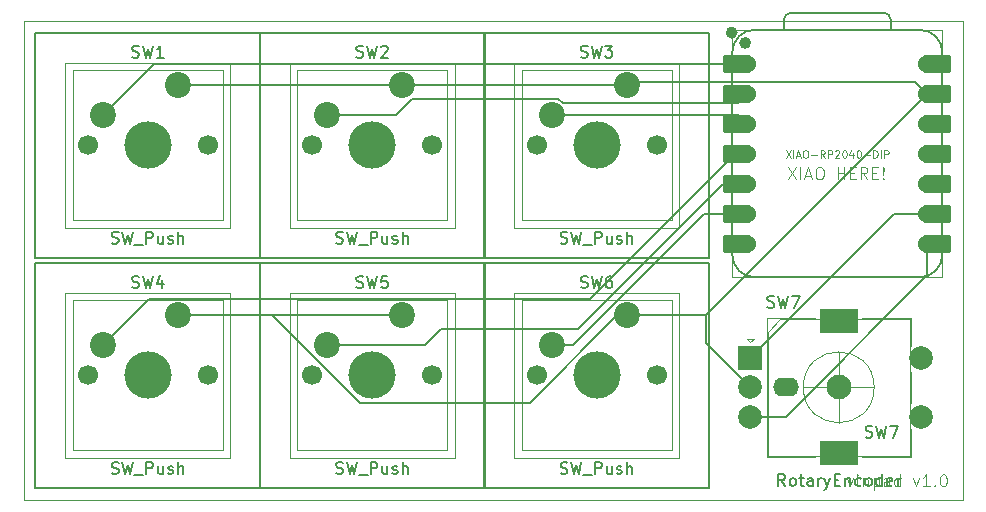
<source format=gbr>
%TF.GenerationSoftware,KiCad,Pcbnew,9.0.3*%
%TF.CreationDate,2025-07-26T11:47:09+12:00*%
%TF.ProjectId,hackpad,6861636b-7061-4642-9e6b-696361645f70,rev?*%
%TF.SameCoordinates,Original*%
%TF.FileFunction,Soldermask,Bot*%
%TF.FilePolarity,Negative*%
%FSLAX46Y46*%
G04 Gerber Fmt 4.6, Leading zero omitted, Abs format (unit mm)*
G04 Created by KiCad (PCBNEW 9.0.3) date 2025-07-26 11:47:09*
%MOMM*%
%LPD*%
G01*
G04 APERTURE LIST*
G04 Aperture macros list*
%AMRoundRect*
0 Rectangle with rounded corners*
0 $1 Rounding radius*
0 $2 $3 $4 $5 $6 $7 $8 $9 X,Y pos of 4 corners*
0 Add a 4 corners polygon primitive as box body*
4,1,4,$2,$3,$4,$5,$6,$7,$8,$9,$2,$3,0*
0 Add four circle primitives for the rounded corners*
1,1,$1+$1,$2,$3*
1,1,$1+$1,$4,$5*
1,1,$1+$1,$6,$7*
1,1,$1+$1,$8,$9*
0 Add four rect primitives between the rounded corners*
20,1,$1+$1,$2,$3,$4,$5,0*
20,1,$1+$1,$4,$5,$6,$7,0*
20,1,$1+$1,$6,$7,$8,$9,0*
20,1,$1+$1,$8,$9,$2,$3,0*%
G04 Aperture macros list end*
%ADD10C,1.700000*%
%ADD11C,4.000000*%
%ADD12C,2.200000*%
%ADD13O,2.200000X1.600000*%
%ADD14C,2.100000*%
%ADD15R,2.000000X2.000000*%
%ADD16C,2.000000*%
%ADD17R,3.200000X2.000000*%
%ADD18C,1.524000*%
%TA.AperFunction,ComponentPad*%
%ADD19C,2.200000*%
%TD*%
%TA.AperFunction,ComponentPad*%
%ADD20R,2.000000X2.000000*%
%TD*%
%TA.AperFunction,ComponentPad*%
%ADD21C,2.000000*%
%TD*%
%TA.AperFunction,ComponentPad*%
%ADD22R,3.200000X2.000000*%
%TD*%
%TA.AperFunction,SMDPad,CuDef*%
%ADD23RoundRect,0.152400X1.063600X0.609600X-1.063600X0.609600X-1.063600X-0.609600X1.063600X-0.609600X0*%
%TD*%
%TA.AperFunction,ComponentPad*%
%ADD24C,1.524000*%
%TD*%
%TA.AperFunction,SMDPad,CuDef*%
%ADD25RoundRect,0.152400X-1.063600X-0.609600X1.063600X-0.609600X1.063600X0.609600X-1.063600X0.609600X0*%
%TD*%
%TA.AperFunction,Conductor*%
%ADD26C,0.200000*%
%TD*%
%ADD27C,0.100000*%
%ADD28C,0.150000*%
%ADD29C,0.120000*%
%ADD30C,0.127000*%
%ADD31C,0.504000*%
%ADD32C,0.101600*%
%TA.AperFunction,Profile*%
%ADD33C,0.050000*%
%TD*%
G04 APERTURE END LIST*
D10*
%TO.C,SW3*%
X183420000Y-50500000D03*
D11*
X188500000Y-50500000D03*
D10*
X193580000Y-50500000D03*
D12*
X191040000Y-45420000D03*
X184690000Y-47960000D03*
%TD*%
D10*
%TO.C,SW5*%
X164420000Y-70000000D03*
D11*
X169500000Y-70000000D03*
D10*
X174580000Y-70000000D03*
D12*
X172040000Y-64920000D03*
X165690000Y-67460000D03*
%TD*%
D10*
%TO.C,SW6*%
X183420000Y-70000000D03*
D11*
X188500000Y-70000000D03*
D10*
X193580000Y-70000000D03*
D12*
X191040000Y-64920000D03*
X184690000Y-67460000D03*
%TD*%
D13*
%TO.C,SW7*%
X204500000Y-71000000D03*
D14*
X209000000Y-71000000D03*
D15*
X201500000Y-68500000D03*
D16*
X201500000Y-73500000D03*
X201500000Y-71000000D03*
D17*
X209000000Y-65400000D03*
X209000000Y-76600000D03*
D16*
X216000000Y-73500000D03*
X216000000Y-68500000D03*
%TD*%
D10*
%TO.C,SW1*%
X145420000Y-50500000D03*
D11*
X150500000Y-50500000D03*
D10*
X155580000Y-50500000D03*
D12*
X153040000Y-45420000D03*
X146690000Y-47960000D03*
%TD*%
D18*
%TO.C,U1*%
X201260000Y-43648500D03*
X201260000Y-46188500D03*
X201260000Y-48728500D03*
X201260000Y-51268500D03*
X201260000Y-53808500D03*
X201260000Y-56348500D03*
X201260000Y-58888500D03*
X216500000Y-58888500D03*
X216500000Y-56348500D03*
X216500000Y-53808500D03*
X216500000Y-51268500D03*
X216500000Y-48728500D03*
X216500000Y-46188500D03*
X216500000Y-43648500D03*
%TD*%
D10*
%TO.C,SW2*%
X164420000Y-50500000D03*
D11*
X169500000Y-50500000D03*
D10*
X174580000Y-50500000D03*
D12*
X172040000Y-45420000D03*
X165690000Y-47960000D03*
%TD*%
D10*
%TO.C,SW4*%
X145420000Y-70000000D03*
D11*
X150500000Y-70000000D03*
D10*
X155580000Y-70000000D03*
D12*
X153040000Y-64920000D03*
X146690000Y-67460000D03*
%TD*%
D19*
%TO.P,SW3,1,1*%
%TO.N,GND*%
X191040000Y-45420000D03*
%TO.P,SW3,2,2*%
%TO.N,Net-(U1-GPIO28{slash}ADC2{slash}A2)*%
X184690000Y-47960000D03*
%TD*%
%TO.P,SW5,1,1*%
%TO.N,GND*%
X172040000Y-64920000D03*
%TO.P,SW5,2,2*%
%TO.N,Net-(U1-GPIO6{slash}SDA)*%
X165690000Y-67460000D03*
%TD*%
%TO.P,SW6,1,1*%
%TO.N,GND*%
X191040000Y-64920000D03*
%TO.P,SW6,2,2*%
%TO.N,Net-(U1-GPIO7{slash}SCL)*%
X184690000Y-67460000D03*
%TD*%
D20*
%TO.P,SW7,A,A*%
%TO.N,Net-(U1-GPIO2{slash}SCK)*%
X201500000Y-68500000D03*
D21*
%TO.P,SW7,B,B*%
%TO.N,Net-(U1-GPIO1{slash}RX)*%
X201500000Y-73500000D03*
%TO.P,SW7,C,C*%
%TO.N,GND*%
X201500000Y-71000000D03*
D22*
%TO.P,SW7,MP*%
%TO.N,N/C*%
X209000000Y-65400000D03*
X209000000Y-76600000D03*
D21*
%TO.P,SW7,S1*%
X216000000Y-73500000D03*
%TO.P,SW7,S2*%
X216000000Y-68500000D03*
%TD*%
D19*
%TO.P,SW1,1,1*%
%TO.N,GND*%
X153040000Y-45420000D03*
%TO.P,SW1,2,2*%
%TO.N,Net-(U1-GPIO26{slash}ADC0{slash}A0)*%
X146690000Y-47960000D03*
%TD*%
D23*
%TO.P,U1,1,GPIO26/ADC0/A0*%
%TO.N,Net-(U1-GPIO26{slash}ADC0{slash}A0)*%
X200425000Y-43648500D03*
D24*
X201260000Y-43648500D03*
D23*
%TO.P,U1,2,GPIO27/ADC1/A1*%
%TO.N,Net-(U1-GPIO27{slash}ADC1{slash}A1)*%
X200425000Y-46188500D03*
D24*
X201260000Y-46188500D03*
D23*
%TO.P,U1,3,GPIO28/ADC2/A2*%
%TO.N,Net-(U1-GPIO28{slash}ADC2{slash}A2)*%
X200425000Y-48728500D03*
D24*
X201260000Y-48728500D03*
D23*
%TO.P,U1,4,GPIO29/ADC3/A3*%
%TO.N,Net-(U1-GPIO29{slash}ADC3{slash}A3)*%
X200425000Y-51268500D03*
D24*
X201260000Y-51268500D03*
D23*
%TO.P,U1,5,GPIO6/SDA*%
%TO.N,Net-(U1-GPIO6{slash}SDA)*%
X200425000Y-53808500D03*
D24*
X201260000Y-53808500D03*
D23*
%TO.P,U1,6,GPIO7/SCL*%
%TO.N,Net-(U1-GPIO7{slash}SCL)*%
X200425000Y-56348500D03*
D24*
X201260000Y-56348500D03*
D23*
%TO.P,U1,7,GPIO0/TX*%
%TO.N,unconnected-(U1-GPIO0{slash}TX-Pad7)*%
X200425000Y-58888500D03*
D24*
X201260000Y-58888500D03*
%TO.P,U1,8,GPIO1/RX*%
%TO.N,Net-(U1-GPIO1{slash}RX)*%
X216500000Y-58888500D03*
D25*
X217335000Y-58888500D03*
D24*
%TO.P,U1,9,GPIO2/SCK*%
%TO.N,Net-(U1-GPIO2{slash}SCK)*%
X216500000Y-56348500D03*
D25*
X217335000Y-56348500D03*
D24*
%TO.P,U1,10,GPIO4/MISO*%
%TO.N,unconnected-(U1-GPIO4{slash}MISO-Pad10)*%
X216500000Y-53808500D03*
D25*
X217335000Y-53808500D03*
D24*
%TO.P,U1,11,GPIO3/MOSI*%
%TO.N,unconnected-(U1-GPIO3{slash}MOSI-Pad11)*%
X216500000Y-51268500D03*
D25*
X217335000Y-51268500D03*
D24*
%TO.P,U1,12,3V3*%
%TO.N,unconnected-(U1-3V3-Pad12)*%
X216500000Y-48728500D03*
D25*
X217335000Y-48728500D03*
D24*
%TO.P,U1,13,GND*%
%TO.N,GND*%
X216500000Y-46188500D03*
D25*
X217335000Y-46188500D03*
D24*
%TO.P,U1,14,VBUS*%
%TO.N,+5V*%
X216500000Y-43648500D03*
D25*
X217335000Y-43648500D03*
%TD*%
D19*
%TO.P,SW2,1,1*%
%TO.N,GND*%
X172040000Y-45420000D03*
%TO.P,SW2,2,2*%
%TO.N,Net-(U1-GPIO27{slash}ADC1{slash}A1)*%
X165690000Y-47960000D03*
%TD*%
%TO.P,SW4,1,1*%
%TO.N,GND*%
X153040000Y-64920000D03*
%TO.P,SW4,2,2*%
%TO.N,Net-(U1-GPIO29{slash}ADC3{slash}A3)*%
X146690000Y-67460000D03*
%TD*%
D26*
%TO.N,GND*%
X172040000Y-45420000D02*
X153040000Y-45420000D01*
X201500000Y-71000000D02*
X197768500Y-67268500D01*
X161000000Y-64920000D02*
X153040000Y-64920000D01*
X182824184Y-72351000D02*
X168469470Y-72351000D01*
X161038470Y-64920000D02*
X161000000Y-64920000D01*
X191334500Y-45125500D02*
X191040000Y-45420000D01*
X190255184Y-64920000D02*
X182824184Y-72351000D01*
X216500000Y-46188500D02*
X215437000Y-45125500D01*
X197768500Y-67268500D02*
X197768500Y-64920000D01*
X191040000Y-45420000D02*
X172040000Y-45420000D01*
X168469470Y-72351000D02*
X161038470Y-64920000D01*
X191040000Y-64920000D02*
X197768500Y-64920000D01*
X215437000Y-45125500D02*
X191334500Y-45125500D01*
X191040000Y-64920000D02*
X190255184Y-64920000D01*
X197768500Y-64920000D02*
X216500000Y-46188500D01*
X161000000Y-64920000D02*
X172040000Y-64920000D01*
%TO.N,Net-(U1-GPIO29{slash}ADC3{slash}A3)*%
X187931870Y-63519000D02*
X200182370Y-51268500D01*
X200182370Y-51268500D02*
X201260000Y-51268500D01*
X150631000Y-63519000D02*
X187931870Y-63519000D01*
X146690000Y-67460000D02*
X150631000Y-63519000D01*
%TO.N,Net-(U1-GPIO1{slash}RX)*%
X204518687Y-73500000D02*
X216500000Y-61518687D01*
X201500000Y-73500000D02*
X204518687Y-73500000D01*
X216500000Y-61518687D02*
X216500000Y-58888500D01*
%TO.N,Net-(U1-GPIO26{slash}ADC0{slash}A0)*%
X151001500Y-43648500D02*
X201260000Y-43648500D01*
X146690000Y-47960000D02*
X151001500Y-43648500D01*
%TO.N,Net-(U1-GPIO2{slash}SCK)*%
X213651500Y-56348500D02*
X216500000Y-56348500D01*
X201500000Y-68500000D02*
X213651500Y-56348500D01*
%TO.N,Net-(U1-GPIO6{slash}SDA)*%
X173960000Y-67460000D02*
X175361000Y-66059000D01*
X199209000Y-53808500D02*
X200425000Y-53808500D01*
X186958500Y-66059000D02*
X199209000Y-53808500D01*
X175361000Y-66059000D02*
X186958500Y-66059000D01*
X165690000Y-67460000D02*
X173960000Y-67460000D01*
%TO.N,Net-(U1-GPIO7{slash}SCL)*%
X197630186Y-56348500D02*
X201260000Y-56348500D01*
X186518686Y-67460000D02*
X197630186Y-56348500D01*
X184690000Y-67460000D02*
X186518686Y-67460000D01*
%TO.N,Net-(U1-GPIO27{slash}ADC1{slash}A1)*%
X185270314Y-46559000D02*
X172882314Y-46559000D01*
X172882314Y-46559000D02*
X171481314Y-47960000D01*
X171481314Y-47960000D02*
X165690000Y-47960000D01*
X200498001Y-46950499D02*
X185661813Y-46950499D01*
X201260000Y-46188500D02*
X200498001Y-46950499D01*
X185661813Y-46950499D02*
X185270314Y-46559000D01*
%TO.N,Net-(U1-GPIO28{slash}ADC2{slash}A2)*%
X184690000Y-47960000D02*
X200491500Y-47960000D01*
X200491500Y-47960000D02*
X201260000Y-48728500D01*
%TD*%
D27*
X204708646Y-52372419D02*
X205375312Y-53372419D01*
X205375312Y-52372419D02*
X204708646Y-53372419D01*
X205756265Y-53372419D02*
X205756265Y-52372419D01*
X206184836Y-53086704D02*
X206661026Y-53086704D01*
X206089598Y-53372419D02*
X206422931Y-52372419D01*
X206422931Y-52372419D02*
X206756264Y-53372419D01*
X207280074Y-52372419D02*
X207470550Y-52372419D01*
X207470550Y-52372419D02*
X207565788Y-52420038D01*
X207565788Y-52420038D02*
X207661026Y-52515276D01*
X207661026Y-52515276D02*
X207708645Y-52705752D01*
X207708645Y-52705752D02*
X207708645Y-53039085D01*
X207708645Y-53039085D02*
X207661026Y-53229561D01*
X207661026Y-53229561D02*
X207565788Y-53324800D01*
X207565788Y-53324800D02*
X207470550Y-53372419D01*
X207470550Y-53372419D02*
X207280074Y-53372419D01*
X207280074Y-53372419D02*
X207184836Y-53324800D01*
X207184836Y-53324800D02*
X207089598Y-53229561D01*
X207089598Y-53229561D02*
X207041979Y-53039085D01*
X207041979Y-53039085D02*
X207041979Y-52705752D01*
X207041979Y-52705752D02*
X207089598Y-52515276D01*
X207089598Y-52515276D02*
X207184836Y-52420038D01*
X207184836Y-52420038D02*
X207280074Y-52372419D01*
X208899122Y-53372419D02*
X208899122Y-52372419D01*
X208899122Y-52848609D02*
X209470550Y-52848609D01*
X209470550Y-53372419D02*
X209470550Y-52372419D01*
X209946741Y-52848609D02*
X210280074Y-52848609D01*
X210422931Y-53372419D02*
X209946741Y-53372419D01*
X209946741Y-53372419D02*
X209946741Y-52372419D01*
X209946741Y-52372419D02*
X210422931Y-52372419D01*
X211422931Y-53372419D02*
X211089598Y-52896228D01*
X210851503Y-53372419D02*
X210851503Y-52372419D01*
X210851503Y-52372419D02*
X211232455Y-52372419D01*
X211232455Y-52372419D02*
X211327693Y-52420038D01*
X211327693Y-52420038D02*
X211375312Y-52467657D01*
X211375312Y-52467657D02*
X211422931Y-52562895D01*
X211422931Y-52562895D02*
X211422931Y-52705752D01*
X211422931Y-52705752D02*
X211375312Y-52800990D01*
X211375312Y-52800990D02*
X211327693Y-52848609D01*
X211327693Y-52848609D02*
X211232455Y-52896228D01*
X211232455Y-52896228D02*
X210851503Y-52896228D01*
X211851503Y-52848609D02*
X212184836Y-52848609D01*
X212327693Y-53372419D02*
X211851503Y-53372419D01*
X211851503Y-53372419D02*
X211851503Y-52372419D01*
X211851503Y-52372419D02*
X212327693Y-52372419D01*
X212756265Y-53277180D02*
X212803884Y-53324800D01*
X212803884Y-53324800D02*
X212756265Y-53372419D01*
X212756265Y-53372419D02*
X212708646Y-53324800D01*
X212708646Y-53324800D02*
X212756265Y-53277180D01*
X212756265Y-53277180D02*
X212756265Y-53372419D01*
X212756265Y-52991466D02*
X212708646Y-52420038D01*
X212708646Y-52420038D02*
X212756265Y-52372419D01*
X212756265Y-52372419D02*
X212803884Y-52420038D01*
X212803884Y-52420038D02*
X212756265Y-52991466D01*
X212756265Y-52991466D02*
X212756265Y-52372419D01*
X209708646Y-78705752D02*
X209946741Y-79372419D01*
X209946741Y-79372419D02*
X210184836Y-78705752D01*
X210565789Y-79372419D02*
X210565789Y-78705752D01*
X210565789Y-78372419D02*
X210518170Y-78420038D01*
X210518170Y-78420038D02*
X210565789Y-78467657D01*
X210565789Y-78467657D02*
X210613408Y-78420038D01*
X210613408Y-78420038D02*
X210565789Y-78372419D01*
X210565789Y-78372419D02*
X210565789Y-78467657D01*
X211041979Y-78705752D02*
X211041979Y-79372419D01*
X211041979Y-78800990D02*
X211089598Y-78753371D01*
X211089598Y-78753371D02*
X211184836Y-78705752D01*
X211184836Y-78705752D02*
X211327693Y-78705752D01*
X211327693Y-78705752D02*
X211422931Y-78753371D01*
X211422931Y-78753371D02*
X211470550Y-78848609D01*
X211470550Y-78848609D02*
X211470550Y-79372419D01*
X211946741Y-78705752D02*
X211946741Y-79705752D01*
X211946741Y-78753371D02*
X212041979Y-78705752D01*
X212041979Y-78705752D02*
X212232455Y-78705752D01*
X212232455Y-78705752D02*
X212327693Y-78753371D01*
X212327693Y-78753371D02*
X212375312Y-78800990D01*
X212375312Y-78800990D02*
X212422931Y-78896228D01*
X212422931Y-78896228D02*
X212422931Y-79181942D01*
X212422931Y-79181942D02*
X212375312Y-79277180D01*
X212375312Y-79277180D02*
X212327693Y-79324800D01*
X212327693Y-79324800D02*
X212232455Y-79372419D01*
X212232455Y-79372419D02*
X212041979Y-79372419D01*
X212041979Y-79372419D02*
X211946741Y-79324800D01*
X213280074Y-79372419D02*
X213280074Y-78848609D01*
X213280074Y-78848609D02*
X213232455Y-78753371D01*
X213232455Y-78753371D02*
X213137217Y-78705752D01*
X213137217Y-78705752D02*
X212946741Y-78705752D01*
X212946741Y-78705752D02*
X212851503Y-78753371D01*
X213280074Y-79324800D02*
X213184836Y-79372419D01*
X213184836Y-79372419D02*
X212946741Y-79372419D01*
X212946741Y-79372419D02*
X212851503Y-79324800D01*
X212851503Y-79324800D02*
X212803884Y-79229561D01*
X212803884Y-79229561D02*
X212803884Y-79134323D01*
X212803884Y-79134323D02*
X212851503Y-79039085D01*
X212851503Y-79039085D02*
X212946741Y-78991466D01*
X212946741Y-78991466D02*
X213184836Y-78991466D01*
X213184836Y-78991466D02*
X213280074Y-78943847D01*
X214184836Y-79372419D02*
X214184836Y-78372419D01*
X214184836Y-79324800D02*
X214089598Y-79372419D01*
X214089598Y-79372419D02*
X213899122Y-79372419D01*
X213899122Y-79372419D02*
X213803884Y-79324800D01*
X213803884Y-79324800D02*
X213756265Y-79277180D01*
X213756265Y-79277180D02*
X213708646Y-79181942D01*
X213708646Y-79181942D02*
X213708646Y-78896228D01*
X213708646Y-78896228D02*
X213756265Y-78800990D01*
X213756265Y-78800990D02*
X213803884Y-78753371D01*
X213803884Y-78753371D02*
X213899122Y-78705752D01*
X213899122Y-78705752D02*
X214089598Y-78705752D01*
X214089598Y-78705752D02*
X214184836Y-78753371D01*
X215327694Y-78705752D02*
X215565789Y-79372419D01*
X215565789Y-79372419D02*
X215803884Y-78705752D01*
X216708646Y-79372419D02*
X216137218Y-79372419D01*
X216422932Y-79372419D02*
X216422932Y-78372419D01*
X216422932Y-78372419D02*
X216327694Y-78515276D01*
X216327694Y-78515276D02*
X216232456Y-78610514D01*
X216232456Y-78610514D02*
X216137218Y-78658133D01*
X217137218Y-79277180D02*
X217184837Y-79324800D01*
X217184837Y-79324800D02*
X217137218Y-79372419D01*
X217137218Y-79372419D02*
X217089599Y-79324800D01*
X217089599Y-79324800D02*
X217137218Y-79277180D01*
X217137218Y-79277180D02*
X217137218Y-79372419D01*
X217803884Y-78372419D02*
X217899122Y-78372419D01*
X217899122Y-78372419D02*
X217994360Y-78420038D01*
X217994360Y-78420038D02*
X218041979Y-78467657D01*
X218041979Y-78467657D02*
X218089598Y-78562895D01*
X218089598Y-78562895D02*
X218137217Y-78753371D01*
X218137217Y-78753371D02*
X218137217Y-78991466D01*
X218137217Y-78991466D02*
X218089598Y-79181942D01*
X218089598Y-79181942D02*
X218041979Y-79277180D01*
X218041979Y-79277180D02*
X217994360Y-79324800D01*
X217994360Y-79324800D02*
X217899122Y-79372419D01*
X217899122Y-79372419D02*
X217803884Y-79372419D01*
X217803884Y-79372419D02*
X217708646Y-79324800D01*
X217708646Y-79324800D02*
X217661027Y-79277180D01*
X217661027Y-79277180D02*
X217613408Y-79181942D01*
X217613408Y-79181942D02*
X217565789Y-78991466D01*
X217565789Y-78991466D02*
X217565789Y-78753371D01*
X217565789Y-78753371D02*
X217613408Y-78562895D01*
X217613408Y-78562895D02*
X217661027Y-78467657D01*
X217661027Y-78467657D02*
X217708646Y-78420038D01*
X217708646Y-78420038D02*
X217803884Y-78372419D01*
D28*
X187166667Y-43033200D02*
X187309524Y-43080819D01*
X187309524Y-43080819D02*
X187547619Y-43080819D01*
X187547619Y-43080819D02*
X187642857Y-43033200D01*
X187642857Y-43033200D02*
X187690476Y-42985580D01*
X187690476Y-42985580D02*
X187738095Y-42890342D01*
X187738095Y-42890342D02*
X187738095Y-42795104D01*
X187738095Y-42795104D02*
X187690476Y-42699866D01*
X187690476Y-42699866D02*
X187642857Y-42652247D01*
X187642857Y-42652247D02*
X187547619Y-42604628D01*
X187547619Y-42604628D02*
X187357143Y-42557009D01*
X187357143Y-42557009D02*
X187261905Y-42509390D01*
X187261905Y-42509390D02*
X187214286Y-42461771D01*
X187214286Y-42461771D02*
X187166667Y-42366533D01*
X187166667Y-42366533D02*
X187166667Y-42271295D01*
X187166667Y-42271295D02*
X187214286Y-42176057D01*
X187214286Y-42176057D02*
X187261905Y-42128438D01*
X187261905Y-42128438D02*
X187357143Y-42080819D01*
X187357143Y-42080819D02*
X187595238Y-42080819D01*
X187595238Y-42080819D02*
X187738095Y-42128438D01*
X188071429Y-42080819D02*
X188309524Y-43080819D01*
X188309524Y-43080819D02*
X188500000Y-42366533D01*
X188500000Y-42366533D02*
X188690476Y-43080819D01*
X188690476Y-43080819D02*
X188928572Y-42080819D01*
X189214286Y-42080819D02*
X189833333Y-42080819D01*
X189833333Y-42080819D02*
X189500000Y-42461771D01*
X189500000Y-42461771D02*
X189642857Y-42461771D01*
X189642857Y-42461771D02*
X189738095Y-42509390D01*
X189738095Y-42509390D02*
X189785714Y-42557009D01*
X189785714Y-42557009D02*
X189833333Y-42652247D01*
X189833333Y-42652247D02*
X189833333Y-42890342D01*
X189833333Y-42890342D02*
X189785714Y-42985580D01*
X189785714Y-42985580D02*
X189738095Y-43033200D01*
X189738095Y-43033200D02*
X189642857Y-43080819D01*
X189642857Y-43080819D02*
X189357143Y-43080819D01*
X189357143Y-43080819D02*
X189261905Y-43033200D01*
X189261905Y-43033200D02*
X189214286Y-42985580D01*
X168166667Y-62533200D02*
X168309524Y-62580819D01*
X168309524Y-62580819D02*
X168547619Y-62580819D01*
X168547619Y-62580819D02*
X168642857Y-62533200D01*
X168642857Y-62533200D02*
X168690476Y-62485580D01*
X168690476Y-62485580D02*
X168738095Y-62390342D01*
X168738095Y-62390342D02*
X168738095Y-62295104D01*
X168738095Y-62295104D02*
X168690476Y-62199866D01*
X168690476Y-62199866D02*
X168642857Y-62152247D01*
X168642857Y-62152247D02*
X168547619Y-62104628D01*
X168547619Y-62104628D02*
X168357143Y-62057009D01*
X168357143Y-62057009D02*
X168261905Y-62009390D01*
X168261905Y-62009390D02*
X168214286Y-61961771D01*
X168214286Y-61961771D02*
X168166667Y-61866533D01*
X168166667Y-61866533D02*
X168166667Y-61771295D01*
X168166667Y-61771295D02*
X168214286Y-61676057D01*
X168214286Y-61676057D02*
X168261905Y-61628438D01*
X168261905Y-61628438D02*
X168357143Y-61580819D01*
X168357143Y-61580819D02*
X168595238Y-61580819D01*
X168595238Y-61580819D02*
X168738095Y-61628438D01*
X169071429Y-61580819D02*
X169309524Y-62580819D01*
X169309524Y-62580819D02*
X169500000Y-61866533D01*
X169500000Y-61866533D02*
X169690476Y-62580819D01*
X169690476Y-62580819D02*
X169928572Y-61580819D01*
X170785714Y-61580819D02*
X170309524Y-61580819D01*
X170309524Y-61580819D02*
X170261905Y-62057009D01*
X170261905Y-62057009D02*
X170309524Y-62009390D01*
X170309524Y-62009390D02*
X170404762Y-61961771D01*
X170404762Y-61961771D02*
X170642857Y-61961771D01*
X170642857Y-61961771D02*
X170738095Y-62009390D01*
X170738095Y-62009390D02*
X170785714Y-62057009D01*
X170785714Y-62057009D02*
X170833333Y-62152247D01*
X170833333Y-62152247D02*
X170833333Y-62390342D01*
X170833333Y-62390342D02*
X170785714Y-62485580D01*
X170785714Y-62485580D02*
X170738095Y-62533200D01*
X170738095Y-62533200D02*
X170642857Y-62580819D01*
X170642857Y-62580819D02*
X170404762Y-62580819D01*
X170404762Y-62580819D02*
X170309524Y-62533200D01*
X170309524Y-62533200D02*
X170261905Y-62485580D01*
X187166667Y-62533200D02*
X187309524Y-62580819D01*
X187309524Y-62580819D02*
X187547619Y-62580819D01*
X187547619Y-62580819D02*
X187642857Y-62533200D01*
X187642857Y-62533200D02*
X187690476Y-62485580D01*
X187690476Y-62485580D02*
X187738095Y-62390342D01*
X187738095Y-62390342D02*
X187738095Y-62295104D01*
X187738095Y-62295104D02*
X187690476Y-62199866D01*
X187690476Y-62199866D02*
X187642857Y-62152247D01*
X187642857Y-62152247D02*
X187547619Y-62104628D01*
X187547619Y-62104628D02*
X187357143Y-62057009D01*
X187357143Y-62057009D02*
X187261905Y-62009390D01*
X187261905Y-62009390D02*
X187214286Y-61961771D01*
X187214286Y-61961771D02*
X187166667Y-61866533D01*
X187166667Y-61866533D02*
X187166667Y-61771295D01*
X187166667Y-61771295D02*
X187214286Y-61676057D01*
X187214286Y-61676057D02*
X187261905Y-61628438D01*
X187261905Y-61628438D02*
X187357143Y-61580819D01*
X187357143Y-61580819D02*
X187595238Y-61580819D01*
X187595238Y-61580819D02*
X187738095Y-61628438D01*
X188071429Y-61580819D02*
X188309524Y-62580819D01*
X188309524Y-62580819D02*
X188500000Y-61866533D01*
X188500000Y-61866533D02*
X188690476Y-62580819D01*
X188690476Y-62580819D02*
X188928572Y-61580819D01*
X189738095Y-61580819D02*
X189547619Y-61580819D01*
X189547619Y-61580819D02*
X189452381Y-61628438D01*
X189452381Y-61628438D02*
X189404762Y-61676057D01*
X189404762Y-61676057D02*
X189309524Y-61818914D01*
X189309524Y-61818914D02*
X189261905Y-62009390D01*
X189261905Y-62009390D02*
X189261905Y-62390342D01*
X189261905Y-62390342D02*
X189309524Y-62485580D01*
X189309524Y-62485580D02*
X189357143Y-62533200D01*
X189357143Y-62533200D02*
X189452381Y-62580819D01*
X189452381Y-62580819D02*
X189642857Y-62580819D01*
X189642857Y-62580819D02*
X189738095Y-62533200D01*
X189738095Y-62533200D02*
X189785714Y-62485580D01*
X189785714Y-62485580D02*
X189833333Y-62390342D01*
X189833333Y-62390342D02*
X189833333Y-62152247D01*
X189833333Y-62152247D02*
X189785714Y-62057009D01*
X189785714Y-62057009D02*
X189738095Y-62009390D01*
X189738095Y-62009390D02*
X189642857Y-61961771D01*
X189642857Y-61961771D02*
X189452381Y-61961771D01*
X189452381Y-61961771D02*
X189357143Y-62009390D01*
X189357143Y-62009390D02*
X189309524Y-62057009D01*
X189309524Y-62057009D02*
X189261905Y-62152247D01*
X202966667Y-64207200D02*
X203109524Y-64254819D01*
X203109524Y-64254819D02*
X203347619Y-64254819D01*
X203347619Y-64254819D02*
X203442857Y-64207200D01*
X203442857Y-64207200D02*
X203490476Y-64159580D01*
X203490476Y-64159580D02*
X203538095Y-64064342D01*
X203538095Y-64064342D02*
X203538095Y-63969104D01*
X203538095Y-63969104D02*
X203490476Y-63873866D01*
X203490476Y-63873866D02*
X203442857Y-63826247D01*
X203442857Y-63826247D02*
X203347619Y-63778628D01*
X203347619Y-63778628D02*
X203157143Y-63731009D01*
X203157143Y-63731009D02*
X203061905Y-63683390D01*
X203061905Y-63683390D02*
X203014286Y-63635771D01*
X203014286Y-63635771D02*
X202966667Y-63540533D01*
X202966667Y-63540533D02*
X202966667Y-63445295D01*
X202966667Y-63445295D02*
X203014286Y-63350057D01*
X203014286Y-63350057D02*
X203061905Y-63302438D01*
X203061905Y-63302438D02*
X203157143Y-63254819D01*
X203157143Y-63254819D02*
X203395238Y-63254819D01*
X203395238Y-63254819D02*
X203538095Y-63302438D01*
X203871429Y-63254819D02*
X204109524Y-64254819D01*
X204109524Y-64254819D02*
X204300000Y-63540533D01*
X204300000Y-63540533D02*
X204490476Y-64254819D01*
X204490476Y-64254819D02*
X204728572Y-63254819D01*
X205014286Y-63254819D02*
X205680952Y-63254819D01*
X205680952Y-63254819D02*
X205252381Y-64254819D01*
X149166667Y-43033200D02*
X149309524Y-43080819D01*
X149309524Y-43080819D02*
X149547619Y-43080819D01*
X149547619Y-43080819D02*
X149642857Y-43033200D01*
X149642857Y-43033200D02*
X149690476Y-42985580D01*
X149690476Y-42985580D02*
X149738095Y-42890342D01*
X149738095Y-42890342D02*
X149738095Y-42795104D01*
X149738095Y-42795104D02*
X149690476Y-42699866D01*
X149690476Y-42699866D02*
X149642857Y-42652247D01*
X149642857Y-42652247D02*
X149547619Y-42604628D01*
X149547619Y-42604628D02*
X149357143Y-42557009D01*
X149357143Y-42557009D02*
X149261905Y-42509390D01*
X149261905Y-42509390D02*
X149214286Y-42461771D01*
X149214286Y-42461771D02*
X149166667Y-42366533D01*
X149166667Y-42366533D02*
X149166667Y-42271295D01*
X149166667Y-42271295D02*
X149214286Y-42176057D01*
X149214286Y-42176057D02*
X149261905Y-42128438D01*
X149261905Y-42128438D02*
X149357143Y-42080819D01*
X149357143Y-42080819D02*
X149595238Y-42080819D01*
X149595238Y-42080819D02*
X149738095Y-42128438D01*
X150071429Y-42080819D02*
X150309524Y-43080819D01*
X150309524Y-43080819D02*
X150500000Y-42366533D01*
X150500000Y-42366533D02*
X150690476Y-43080819D01*
X150690476Y-43080819D02*
X150928572Y-42080819D01*
X151833333Y-43080819D02*
X151261905Y-43080819D01*
X151547619Y-43080819D02*
X151547619Y-42080819D01*
X151547619Y-42080819D02*
X151452381Y-42223676D01*
X151452381Y-42223676D02*
X151357143Y-42318914D01*
X151357143Y-42318914D02*
X151261905Y-42366533D01*
X168166667Y-43033200D02*
X168309524Y-43080819D01*
X168309524Y-43080819D02*
X168547619Y-43080819D01*
X168547619Y-43080819D02*
X168642857Y-43033200D01*
X168642857Y-43033200D02*
X168690476Y-42985580D01*
X168690476Y-42985580D02*
X168738095Y-42890342D01*
X168738095Y-42890342D02*
X168738095Y-42795104D01*
X168738095Y-42795104D02*
X168690476Y-42699866D01*
X168690476Y-42699866D02*
X168642857Y-42652247D01*
X168642857Y-42652247D02*
X168547619Y-42604628D01*
X168547619Y-42604628D02*
X168357143Y-42557009D01*
X168357143Y-42557009D02*
X168261905Y-42509390D01*
X168261905Y-42509390D02*
X168214286Y-42461771D01*
X168214286Y-42461771D02*
X168166667Y-42366533D01*
X168166667Y-42366533D02*
X168166667Y-42271295D01*
X168166667Y-42271295D02*
X168214286Y-42176057D01*
X168214286Y-42176057D02*
X168261905Y-42128438D01*
X168261905Y-42128438D02*
X168357143Y-42080819D01*
X168357143Y-42080819D02*
X168595238Y-42080819D01*
X168595238Y-42080819D02*
X168738095Y-42128438D01*
X169071429Y-42080819D02*
X169309524Y-43080819D01*
X169309524Y-43080819D02*
X169500000Y-42366533D01*
X169500000Y-42366533D02*
X169690476Y-43080819D01*
X169690476Y-43080819D02*
X169928572Y-42080819D01*
X170261905Y-42176057D02*
X170309524Y-42128438D01*
X170309524Y-42128438D02*
X170404762Y-42080819D01*
X170404762Y-42080819D02*
X170642857Y-42080819D01*
X170642857Y-42080819D02*
X170738095Y-42128438D01*
X170738095Y-42128438D02*
X170785714Y-42176057D01*
X170785714Y-42176057D02*
X170833333Y-42271295D01*
X170833333Y-42271295D02*
X170833333Y-42366533D01*
X170833333Y-42366533D02*
X170785714Y-42509390D01*
X170785714Y-42509390D02*
X170214286Y-43080819D01*
X170214286Y-43080819D02*
X170833333Y-43080819D01*
X149166667Y-62533200D02*
X149309524Y-62580819D01*
X149309524Y-62580819D02*
X149547619Y-62580819D01*
X149547619Y-62580819D02*
X149642857Y-62533200D01*
X149642857Y-62533200D02*
X149690476Y-62485580D01*
X149690476Y-62485580D02*
X149738095Y-62390342D01*
X149738095Y-62390342D02*
X149738095Y-62295104D01*
X149738095Y-62295104D02*
X149690476Y-62199866D01*
X149690476Y-62199866D02*
X149642857Y-62152247D01*
X149642857Y-62152247D02*
X149547619Y-62104628D01*
X149547619Y-62104628D02*
X149357143Y-62057009D01*
X149357143Y-62057009D02*
X149261905Y-62009390D01*
X149261905Y-62009390D02*
X149214286Y-61961771D01*
X149214286Y-61961771D02*
X149166667Y-61866533D01*
X149166667Y-61866533D02*
X149166667Y-61771295D01*
X149166667Y-61771295D02*
X149214286Y-61676057D01*
X149214286Y-61676057D02*
X149261905Y-61628438D01*
X149261905Y-61628438D02*
X149357143Y-61580819D01*
X149357143Y-61580819D02*
X149595238Y-61580819D01*
X149595238Y-61580819D02*
X149738095Y-61628438D01*
X150071429Y-61580819D02*
X150309524Y-62580819D01*
X150309524Y-62580819D02*
X150500000Y-61866533D01*
X150500000Y-61866533D02*
X150690476Y-62580819D01*
X150690476Y-62580819D02*
X150928572Y-61580819D01*
X151738095Y-61914152D02*
X151738095Y-62580819D01*
X151500000Y-61533200D02*
X151261905Y-62247485D01*
X151261905Y-62247485D02*
X151880952Y-62247485D01*
D29*
%TO.C,SW3*%
X181515000Y-43515000D02*
X195485000Y-43515000D01*
X181515000Y-57485000D02*
X181515000Y-43515000D01*
X195485000Y-43515000D02*
X195485000Y-57485000D01*
X195485000Y-57485000D02*
X181515000Y-57485000D01*
%TO.C,SW5*%
X162515000Y-63015000D02*
X176485000Y-63015000D01*
X162515000Y-76985000D02*
X162515000Y-63015000D01*
X176485000Y-63015000D02*
X176485000Y-76985000D01*
X176485000Y-76985000D02*
X162515000Y-76985000D01*
%TO.C,SW6*%
X181515000Y-63015000D02*
X195485000Y-63015000D01*
X181515000Y-76985000D02*
X181515000Y-63015000D01*
X195485000Y-63015000D02*
X195485000Y-76985000D01*
X195485000Y-76985000D02*
X181515000Y-76985000D01*
%TO.C,SW7*%
X201200000Y-66900000D02*
X201800000Y-66900000D01*
X201500000Y-67200000D02*
X201200000Y-66900000D01*
X201800000Y-66900000D02*
X201500000Y-67200000D01*
X202900000Y-65100000D02*
X202900000Y-76900000D01*
X207000000Y-65100000D02*
X202900000Y-65100000D01*
X207000000Y-76900000D02*
X202900000Y-76900000D01*
X211000000Y-65100000D02*
X215100000Y-65100000D01*
X215100000Y-65100000D02*
X215100000Y-67500000D01*
X215100000Y-69700000D02*
X215100000Y-72300000D01*
X215100000Y-74500000D02*
X215100000Y-76900000D01*
X215100000Y-76900000D02*
X211000000Y-76900000D01*
X212000000Y-71000000D02*
G75*
G02*
X206000000Y-71000000I-3000000J0D01*
G01*
X206000000Y-71000000D02*
G75*
G02*
X212000000Y-71000000I3000000J0D01*
G01*
%TO.C,SW1*%
X143515000Y-43515000D02*
X157485000Y-43515000D01*
X143515000Y-57485000D02*
X143515000Y-43515000D01*
X157485000Y-43515000D02*
X157485000Y-57485000D01*
X157485000Y-57485000D02*
X143515000Y-57485000D01*
D30*
%TO.C,U1*%
X199990000Y-59777500D02*
X199990000Y-42632500D01*
X201895000Y-61682500D02*
X215865000Y-61682500D01*
X204385000Y-40727500D02*
X204388728Y-39817228D01*
X204888728Y-39317500D02*
X212884000Y-39317500D01*
X213384000Y-39817500D02*
X213384000Y-40727500D01*
D27*
X215865000Y-40727500D02*
X201895000Y-40727500D01*
D30*
X215865000Y-40727500D02*
X201895000Y-40727500D01*
X217770000Y-59777500D02*
X217770000Y-42632500D01*
X199990000Y-42632500D02*
G75*
G02*
X201895000Y-40727500I1905001J-1D01*
G01*
X201895000Y-61682500D02*
G75*
G02*
X199990000Y-59777500I1J1905001D01*
G01*
X204388728Y-39817228D02*
G75*
G02*
X204888728Y-39317501I500018J-291D01*
G01*
X212884000Y-39317500D02*
G75*
G02*
X213384000Y-39817500I0J-500000D01*
G01*
X215865000Y-40727500D02*
G75*
G02*
X217770000Y-42632500I0J-1905000D01*
G01*
X217770000Y-59777500D02*
G75*
G02*
X215865000Y-61682500I-1905000J0D01*
G01*
D31*
X200182000Y-40968500D02*
G75*
G02*
X199678000Y-40968500I-252000J0D01*
G01*
X199678000Y-40968500D02*
G75*
G02*
X200182000Y-40968500I252000J0D01*
G01*
X201325000Y-41848500D02*
G75*
G02*
X200821000Y-41848500I-252000J0D01*
G01*
X200821000Y-41848500D02*
G75*
G02*
X201325000Y-41848500I252000J0D01*
G01*
D29*
%TO.C,SW2*%
X162515000Y-43515000D02*
X176485000Y-43515000D01*
X162515000Y-57485000D02*
X162515000Y-43515000D01*
X176485000Y-43515000D02*
X176485000Y-57485000D01*
X176485000Y-57485000D02*
X162515000Y-57485000D01*
%TO.C,SW4*%
X143515000Y-63015000D02*
X157485000Y-63015000D01*
X143515000Y-76985000D02*
X143515000Y-63015000D01*
X157485000Y-63015000D02*
X157485000Y-76985000D01*
X157485000Y-76985000D02*
X143515000Y-76985000D01*
%TD*%
D28*
X185452381Y-58781200D02*
X185595238Y-58828819D01*
X185595238Y-58828819D02*
X185833333Y-58828819D01*
X185833333Y-58828819D02*
X185928571Y-58781200D01*
X185928571Y-58781200D02*
X185976190Y-58733580D01*
X185976190Y-58733580D02*
X186023809Y-58638342D01*
X186023809Y-58638342D02*
X186023809Y-58543104D01*
X186023809Y-58543104D02*
X185976190Y-58447866D01*
X185976190Y-58447866D02*
X185928571Y-58400247D01*
X185928571Y-58400247D02*
X185833333Y-58352628D01*
X185833333Y-58352628D02*
X185642857Y-58305009D01*
X185642857Y-58305009D02*
X185547619Y-58257390D01*
X185547619Y-58257390D02*
X185500000Y-58209771D01*
X185500000Y-58209771D02*
X185452381Y-58114533D01*
X185452381Y-58114533D02*
X185452381Y-58019295D01*
X185452381Y-58019295D02*
X185500000Y-57924057D01*
X185500000Y-57924057D02*
X185547619Y-57876438D01*
X185547619Y-57876438D02*
X185642857Y-57828819D01*
X185642857Y-57828819D02*
X185880952Y-57828819D01*
X185880952Y-57828819D02*
X186023809Y-57876438D01*
X186357143Y-57828819D02*
X186595238Y-58828819D01*
X186595238Y-58828819D02*
X186785714Y-58114533D01*
X186785714Y-58114533D02*
X186976190Y-58828819D01*
X186976190Y-58828819D02*
X187214286Y-57828819D01*
X187357143Y-58924057D02*
X188119047Y-58924057D01*
X188357143Y-58828819D02*
X188357143Y-57828819D01*
X188357143Y-57828819D02*
X188738095Y-57828819D01*
X188738095Y-57828819D02*
X188833333Y-57876438D01*
X188833333Y-57876438D02*
X188880952Y-57924057D01*
X188880952Y-57924057D02*
X188928571Y-58019295D01*
X188928571Y-58019295D02*
X188928571Y-58162152D01*
X188928571Y-58162152D02*
X188880952Y-58257390D01*
X188880952Y-58257390D02*
X188833333Y-58305009D01*
X188833333Y-58305009D02*
X188738095Y-58352628D01*
X188738095Y-58352628D02*
X188357143Y-58352628D01*
X189785714Y-58162152D02*
X189785714Y-58828819D01*
X189357143Y-58162152D02*
X189357143Y-58685961D01*
X189357143Y-58685961D02*
X189404762Y-58781200D01*
X189404762Y-58781200D02*
X189500000Y-58828819D01*
X189500000Y-58828819D02*
X189642857Y-58828819D01*
X189642857Y-58828819D02*
X189738095Y-58781200D01*
X189738095Y-58781200D02*
X189785714Y-58733580D01*
X190214286Y-58781200D02*
X190309524Y-58828819D01*
X190309524Y-58828819D02*
X190500000Y-58828819D01*
X190500000Y-58828819D02*
X190595238Y-58781200D01*
X190595238Y-58781200D02*
X190642857Y-58685961D01*
X190642857Y-58685961D02*
X190642857Y-58638342D01*
X190642857Y-58638342D02*
X190595238Y-58543104D01*
X190595238Y-58543104D02*
X190500000Y-58495485D01*
X190500000Y-58495485D02*
X190357143Y-58495485D01*
X190357143Y-58495485D02*
X190261905Y-58447866D01*
X190261905Y-58447866D02*
X190214286Y-58352628D01*
X190214286Y-58352628D02*
X190214286Y-58305009D01*
X190214286Y-58305009D02*
X190261905Y-58209771D01*
X190261905Y-58209771D02*
X190357143Y-58162152D01*
X190357143Y-58162152D02*
X190500000Y-58162152D01*
X190500000Y-58162152D02*
X190595238Y-58209771D01*
X191071429Y-58828819D02*
X191071429Y-57828819D01*
X191500000Y-58828819D02*
X191500000Y-58305009D01*
X191500000Y-58305009D02*
X191452381Y-58209771D01*
X191452381Y-58209771D02*
X191357143Y-58162152D01*
X191357143Y-58162152D02*
X191214286Y-58162152D01*
X191214286Y-58162152D02*
X191119048Y-58209771D01*
X191119048Y-58209771D02*
X191071429Y-58257390D01*
X187166667Y-43033200D02*
X187309524Y-43080819D01*
X187309524Y-43080819D02*
X187547619Y-43080819D01*
X187547619Y-43080819D02*
X187642857Y-43033200D01*
X187642857Y-43033200D02*
X187690476Y-42985580D01*
X187690476Y-42985580D02*
X187738095Y-42890342D01*
X187738095Y-42890342D02*
X187738095Y-42795104D01*
X187738095Y-42795104D02*
X187690476Y-42699866D01*
X187690476Y-42699866D02*
X187642857Y-42652247D01*
X187642857Y-42652247D02*
X187547619Y-42604628D01*
X187547619Y-42604628D02*
X187357143Y-42557009D01*
X187357143Y-42557009D02*
X187261905Y-42509390D01*
X187261905Y-42509390D02*
X187214286Y-42461771D01*
X187214286Y-42461771D02*
X187166667Y-42366533D01*
X187166667Y-42366533D02*
X187166667Y-42271295D01*
X187166667Y-42271295D02*
X187214286Y-42176057D01*
X187214286Y-42176057D02*
X187261905Y-42128438D01*
X187261905Y-42128438D02*
X187357143Y-42080819D01*
X187357143Y-42080819D02*
X187595238Y-42080819D01*
X187595238Y-42080819D02*
X187738095Y-42128438D01*
X188071429Y-42080819D02*
X188309524Y-43080819D01*
X188309524Y-43080819D02*
X188500000Y-42366533D01*
X188500000Y-42366533D02*
X188690476Y-43080819D01*
X188690476Y-43080819D02*
X188928572Y-42080819D01*
X189214286Y-42080819D02*
X189833333Y-42080819D01*
X189833333Y-42080819D02*
X189500000Y-42461771D01*
X189500000Y-42461771D02*
X189642857Y-42461771D01*
X189642857Y-42461771D02*
X189738095Y-42509390D01*
X189738095Y-42509390D02*
X189785714Y-42557009D01*
X189785714Y-42557009D02*
X189833333Y-42652247D01*
X189833333Y-42652247D02*
X189833333Y-42890342D01*
X189833333Y-42890342D02*
X189785714Y-42985580D01*
X189785714Y-42985580D02*
X189738095Y-43033200D01*
X189738095Y-43033200D02*
X189642857Y-43080819D01*
X189642857Y-43080819D02*
X189357143Y-43080819D01*
X189357143Y-43080819D02*
X189261905Y-43033200D01*
X189261905Y-43033200D02*
X189214286Y-42985580D01*
X166452381Y-78281200D02*
X166595238Y-78328819D01*
X166595238Y-78328819D02*
X166833333Y-78328819D01*
X166833333Y-78328819D02*
X166928571Y-78281200D01*
X166928571Y-78281200D02*
X166976190Y-78233580D01*
X166976190Y-78233580D02*
X167023809Y-78138342D01*
X167023809Y-78138342D02*
X167023809Y-78043104D01*
X167023809Y-78043104D02*
X166976190Y-77947866D01*
X166976190Y-77947866D02*
X166928571Y-77900247D01*
X166928571Y-77900247D02*
X166833333Y-77852628D01*
X166833333Y-77852628D02*
X166642857Y-77805009D01*
X166642857Y-77805009D02*
X166547619Y-77757390D01*
X166547619Y-77757390D02*
X166500000Y-77709771D01*
X166500000Y-77709771D02*
X166452381Y-77614533D01*
X166452381Y-77614533D02*
X166452381Y-77519295D01*
X166452381Y-77519295D02*
X166500000Y-77424057D01*
X166500000Y-77424057D02*
X166547619Y-77376438D01*
X166547619Y-77376438D02*
X166642857Y-77328819D01*
X166642857Y-77328819D02*
X166880952Y-77328819D01*
X166880952Y-77328819D02*
X167023809Y-77376438D01*
X167357143Y-77328819D02*
X167595238Y-78328819D01*
X167595238Y-78328819D02*
X167785714Y-77614533D01*
X167785714Y-77614533D02*
X167976190Y-78328819D01*
X167976190Y-78328819D02*
X168214286Y-77328819D01*
X168357143Y-78424057D02*
X169119047Y-78424057D01*
X169357143Y-78328819D02*
X169357143Y-77328819D01*
X169357143Y-77328819D02*
X169738095Y-77328819D01*
X169738095Y-77328819D02*
X169833333Y-77376438D01*
X169833333Y-77376438D02*
X169880952Y-77424057D01*
X169880952Y-77424057D02*
X169928571Y-77519295D01*
X169928571Y-77519295D02*
X169928571Y-77662152D01*
X169928571Y-77662152D02*
X169880952Y-77757390D01*
X169880952Y-77757390D02*
X169833333Y-77805009D01*
X169833333Y-77805009D02*
X169738095Y-77852628D01*
X169738095Y-77852628D02*
X169357143Y-77852628D01*
X170785714Y-77662152D02*
X170785714Y-78328819D01*
X170357143Y-77662152D02*
X170357143Y-78185961D01*
X170357143Y-78185961D02*
X170404762Y-78281200D01*
X170404762Y-78281200D02*
X170500000Y-78328819D01*
X170500000Y-78328819D02*
X170642857Y-78328819D01*
X170642857Y-78328819D02*
X170738095Y-78281200D01*
X170738095Y-78281200D02*
X170785714Y-78233580D01*
X171214286Y-78281200D02*
X171309524Y-78328819D01*
X171309524Y-78328819D02*
X171500000Y-78328819D01*
X171500000Y-78328819D02*
X171595238Y-78281200D01*
X171595238Y-78281200D02*
X171642857Y-78185961D01*
X171642857Y-78185961D02*
X171642857Y-78138342D01*
X171642857Y-78138342D02*
X171595238Y-78043104D01*
X171595238Y-78043104D02*
X171500000Y-77995485D01*
X171500000Y-77995485D02*
X171357143Y-77995485D01*
X171357143Y-77995485D02*
X171261905Y-77947866D01*
X171261905Y-77947866D02*
X171214286Y-77852628D01*
X171214286Y-77852628D02*
X171214286Y-77805009D01*
X171214286Y-77805009D02*
X171261905Y-77709771D01*
X171261905Y-77709771D02*
X171357143Y-77662152D01*
X171357143Y-77662152D02*
X171500000Y-77662152D01*
X171500000Y-77662152D02*
X171595238Y-77709771D01*
X172071429Y-78328819D02*
X172071429Y-77328819D01*
X172500000Y-78328819D02*
X172500000Y-77805009D01*
X172500000Y-77805009D02*
X172452381Y-77709771D01*
X172452381Y-77709771D02*
X172357143Y-77662152D01*
X172357143Y-77662152D02*
X172214286Y-77662152D01*
X172214286Y-77662152D02*
X172119048Y-77709771D01*
X172119048Y-77709771D02*
X172071429Y-77757390D01*
X168166667Y-62533200D02*
X168309524Y-62580819D01*
X168309524Y-62580819D02*
X168547619Y-62580819D01*
X168547619Y-62580819D02*
X168642857Y-62533200D01*
X168642857Y-62533200D02*
X168690476Y-62485580D01*
X168690476Y-62485580D02*
X168738095Y-62390342D01*
X168738095Y-62390342D02*
X168738095Y-62295104D01*
X168738095Y-62295104D02*
X168690476Y-62199866D01*
X168690476Y-62199866D02*
X168642857Y-62152247D01*
X168642857Y-62152247D02*
X168547619Y-62104628D01*
X168547619Y-62104628D02*
X168357143Y-62057009D01*
X168357143Y-62057009D02*
X168261905Y-62009390D01*
X168261905Y-62009390D02*
X168214286Y-61961771D01*
X168214286Y-61961771D02*
X168166667Y-61866533D01*
X168166667Y-61866533D02*
X168166667Y-61771295D01*
X168166667Y-61771295D02*
X168214286Y-61676057D01*
X168214286Y-61676057D02*
X168261905Y-61628438D01*
X168261905Y-61628438D02*
X168357143Y-61580819D01*
X168357143Y-61580819D02*
X168595238Y-61580819D01*
X168595238Y-61580819D02*
X168738095Y-61628438D01*
X169071429Y-61580819D02*
X169309524Y-62580819D01*
X169309524Y-62580819D02*
X169500000Y-61866533D01*
X169500000Y-61866533D02*
X169690476Y-62580819D01*
X169690476Y-62580819D02*
X169928572Y-61580819D01*
X170785714Y-61580819D02*
X170309524Y-61580819D01*
X170309524Y-61580819D02*
X170261905Y-62057009D01*
X170261905Y-62057009D02*
X170309524Y-62009390D01*
X170309524Y-62009390D02*
X170404762Y-61961771D01*
X170404762Y-61961771D02*
X170642857Y-61961771D01*
X170642857Y-61961771D02*
X170738095Y-62009390D01*
X170738095Y-62009390D02*
X170785714Y-62057009D01*
X170785714Y-62057009D02*
X170833333Y-62152247D01*
X170833333Y-62152247D02*
X170833333Y-62390342D01*
X170833333Y-62390342D02*
X170785714Y-62485580D01*
X170785714Y-62485580D02*
X170738095Y-62533200D01*
X170738095Y-62533200D02*
X170642857Y-62580819D01*
X170642857Y-62580819D02*
X170404762Y-62580819D01*
X170404762Y-62580819D02*
X170309524Y-62533200D01*
X170309524Y-62533200D02*
X170261905Y-62485580D01*
X185452381Y-78281200D02*
X185595238Y-78328819D01*
X185595238Y-78328819D02*
X185833333Y-78328819D01*
X185833333Y-78328819D02*
X185928571Y-78281200D01*
X185928571Y-78281200D02*
X185976190Y-78233580D01*
X185976190Y-78233580D02*
X186023809Y-78138342D01*
X186023809Y-78138342D02*
X186023809Y-78043104D01*
X186023809Y-78043104D02*
X185976190Y-77947866D01*
X185976190Y-77947866D02*
X185928571Y-77900247D01*
X185928571Y-77900247D02*
X185833333Y-77852628D01*
X185833333Y-77852628D02*
X185642857Y-77805009D01*
X185642857Y-77805009D02*
X185547619Y-77757390D01*
X185547619Y-77757390D02*
X185500000Y-77709771D01*
X185500000Y-77709771D02*
X185452381Y-77614533D01*
X185452381Y-77614533D02*
X185452381Y-77519295D01*
X185452381Y-77519295D02*
X185500000Y-77424057D01*
X185500000Y-77424057D02*
X185547619Y-77376438D01*
X185547619Y-77376438D02*
X185642857Y-77328819D01*
X185642857Y-77328819D02*
X185880952Y-77328819D01*
X185880952Y-77328819D02*
X186023809Y-77376438D01*
X186357143Y-77328819D02*
X186595238Y-78328819D01*
X186595238Y-78328819D02*
X186785714Y-77614533D01*
X186785714Y-77614533D02*
X186976190Y-78328819D01*
X186976190Y-78328819D02*
X187214286Y-77328819D01*
X187357143Y-78424057D02*
X188119047Y-78424057D01*
X188357143Y-78328819D02*
X188357143Y-77328819D01*
X188357143Y-77328819D02*
X188738095Y-77328819D01*
X188738095Y-77328819D02*
X188833333Y-77376438D01*
X188833333Y-77376438D02*
X188880952Y-77424057D01*
X188880952Y-77424057D02*
X188928571Y-77519295D01*
X188928571Y-77519295D02*
X188928571Y-77662152D01*
X188928571Y-77662152D02*
X188880952Y-77757390D01*
X188880952Y-77757390D02*
X188833333Y-77805009D01*
X188833333Y-77805009D02*
X188738095Y-77852628D01*
X188738095Y-77852628D02*
X188357143Y-77852628D01*
X189785714Y-77662152D02*
X189785714Y-78328819D01*
X189357143Y-77662152D02*
X189357143Y-78185961D01*
X189357143Y-78185961D02*
X189404762Y-78281200D01*
X189404762Y-78281200D02*
X189500000Y-78328819D01*
X189500000Y-78328819D02*
X189642857Y-78328819D01*
X189642857Y-78328819D02*
X189738095Y-78281200D01*
X189738095Y-78281200D02*
X189785714Y-78233580D01*
X190214286Y-78281200D02*
X190309524Y-78328819D01*
X190309524Y-78328819D02*
X190500000Y-78328819D01*
X190500000Y-78328819D02*
X190595238Y-78281200D01*
X190595238Y-78281200D02*
X190642857Y-78185961D01*
X190642857Y-78185961D02*
X190642857Y-78138342D01*
X190642857Y-78138342D02*
X190595238Y-78043104D01*
X190595238Y-78043104D02*
X190500000Y-77995485D01*
X190500000Y-77995485D02*
X190357143Y-77995485D01*
X190357143Y-77995485D02*
X190261905Y-77947866D01*
X190261905Y-77947866D02*
X190214286Y-77852628D01*
X190214286Y-77852628D02*
X190214286Y-77805009D01*
X190214286Y-77805009D02*
X190261905Y-77709771D01*
X190261905Y-77709771D02*
X190357143Y-77662152D01*
X190357143Y-77662152D02*
X190500000Y-77662152D01*
X190500000Y-77662152D02*
X190595238Y-77709771D01*
X191071429Y-78328819D02*
X191071429Y-77328819D01*
X191500000Y-78328819D02*
X191500000Y-77805009D01*
X191500000Y-77805009D02*
X191452381Y-77709771D01*
X191452381Y-77709771D02*
X191357143Y-77662152D01*
X191357143Y-77662152D02*
X191214286Y-77662152D01*
X191214286Y-77662152D02*
X191119048Y-77709771D01*
X191119048Y-77709771D02*
X191071429Y-77757390D01*
X187166667Y-62533200D02*
X187309524Y-62580819D01*
X187309524Y-62580819D02*
X187547619Y-62580819D01*
X187547619Y-62580819D02*
X187642857Y-62533200D01*
X187642857Y-62533200D02*
X187690476Y-62485580D01*
X187690476Y-62485580D02*
X187738095Y-62390342D01*
X187738095Y-62390342D02*
X187738095Y-62295104D01*
X187738095Y-62295104D02*
X187690476Y-62199866D01*
X187690476Y-62199866D02*
X187642857Y-62152247D01*
X187642857Y-62152247D02*
X187547619Y-62104628D01*
X187547619Y-62104628D02*
X187357143Y-62057009D01*
X187357143Y-62057009D02*
X187261905Y-62009390D01*
X187261905Y-62009390D02*
X187214286Y-61961771D01*
X187214286Y-61961771D02*
X187166667Y-61866533D01*
X187166667Y-61866533D02*
X187166667Y-61771295D01*
X187166667Y-61771295D02*
X187214286Y-61676057D01*
X187214286Y-61676057D02*
X187261905Y-61628438D01*
X187261905Y-61628438D02*
X187357143Y-61580819D01*
X187357143Y-61580819D02*
X187595238Y-61580819D01*
X187595238Y-61580819D02*
X187738095Y-61628438D01*
X188071429Y-61580819D02*
X188309524Y-62580819D01*
X188309524Y-62580819D02*
X188500000Y-61866533D01*
X188500000Y-61866533D02*
X188690476Y-62580819D01*
X188690476Y-62580819D02*
X188928572Y-61580819D01*
X189738095Y-61580819D02*
X189547619Y-61580819D01*
X189547619Y-61580819D02*
X189452381Y-61628438D01*
X189452381Y-61628438D02*
X189404762Y-61676057D01*
X189404762Y-61676057D02*
X189309524Y-61818914D01*
X189309524Y-61818914D02*
X189261905Y-62009390D01*
X189261905Y-62009390D02*
X189261905Y-62390342D01*
X189261905Y-62390342D02*
X189309524Y-62485580D01*
X189309524Y-62485580D02*
X189357143Y-62533200D01*
X189357143Y-62533200D02*
X189452381Y-62580819D01*
X189452381Y-62580819D02*
X189642857Y-62580819D01*
X189642857Y-62580819D02*
X189738095Y-62533200D01*
X189738095Y-62533200D02*
X189785714Y-62485580D01*
X189785714Y-62485580D02*
X189833333Y-62390342D01*
X189833333Y-62390342D02*
X189833333Y-62152247D01*
X189833333Y-62152247D02*
X189785714Y-62057009D01*
X189785714Y-62057009D02*
X189738095Y-62009390D01*
X189738095Y-62009390D02*
X189642857Y-61961771D01*
X189642857Y-61961771D02*
X189452381Y-61961771D01*
X189452381Y-61961771D02*
X189357143Y-62009390D01*
X189357143Y-62009390D02*
X189309524Y-62057009D01*
X189309524Y-62057009D02*
X189261905Y-62152247D01*
X204452379Y-79354819D02*
X204119046Y-78878628D01*
X203880951Y-79354819D02*
X203880951Y-78354819D01*
X203880951Y-78354819D02*
X204261903Y-78354819D01*
X204261903Y-78354819D02*
X204357141Y-78402438D01*
X204357141Y-78402438D02*
X204404760Y-78450057D01*
X204404760Y-78450057D02*
X204452379Y-78545295D01*
X204452379Y-78545295D02*
X204452379Y-78688152D01*
X204452379Y-78688152D02*
X204404760Y-78783390D01*
X204404760Y-78783390D02*
X204357141Y-78831009D01*
X204357141Y-78831009D02*
X204261903Y-78878628D01*
X204261903Y-78878628D02*
X203880951Y-78878628D01*
X205023808Y-79354819D02*
X204928570Y-79307200D01*
X204928570Y-79307200D02*
X204880951Y-79259580D01*
X204880951Y-79259580D02*
X204833332Y-79164342D01*
X204833332Y-79164342D02*
X204833332Y-78878628D01*
X204833332Y-78878628D02*
X204880951Y-78783390D01*
X204880951Y-78783390D02*
X204928570Y-78735771D01*
X204928570Y-78735771D02*
X205023808Y-78688152D01*
X205023808Y-78688152D02*
X205166665Y-78688152D01*
X205166665Y-78688152D02*
X205261903Y-78735771D01*
X205261903Y-78735771D02*
X205309522Y-78783390D01*
X205309522Y-78783390D02*
X205357141Y-78878628D01*
X205357141Y-78878628D02*
X205357141Y-79164342D01*
X205357141Y-79164342D02*
X205309522Y-79259580D01*
X205309522Y-79259580D02*
X205261903Y-79307200D01*
X205261903Y-79307200D02*
X205166665Y-79354819D01*
X205166665Y-79354819D02*
X205023808Y-79354819D01*
X205642856Y-78688152D02*
X206023808Y-78688152D01*
X205785713Y-78354819D02*
X205785713Y-79211961D01*
X205785713Y-79211961D02*
X205833332Y-79307200D01*
X205833332Y-79307200D02*
X205928570Y-79354819D01*
X205928570Y-79354819D02*
X206023808Y-79354819D01*
X206785713Y-79354819D02*
X206785713Y-78831009D01*
X206785713Y-78831009D02*
X206738094Y-78735771D01*
X206738094Y-78735771D02*
X206642856Y-78688152D01*
X206642856Y-78688152D02*
X206452380Y-78688152D01*
X206452380Y-78688152D02*
X206357142Y-78735771D01*
X206785713Y-79307200D02*
X206690475Y-79354819D01*
X206690475Y-79354819D02*
X206452380Y-79354819D01*
X206452380Y-79354819D02*
X206357142Y-79307200D01*
X206357142Y-79307200D02*
X206309523Y-79211961D01*
X206309523Y-79211961D02*
X206309523Y-79116723D01*
X206309523Y-79116723D02*
X206357142Y-79021485D01*
X206357142Y-79021485D02*
X206452380Y-78973866D01*
X206452380Y-78973866D02*
X206690475Y-78973866D01*
X206690475Y-78973866D02*
X206785713Y-78926247D01*
X207261904Y-79354819D02*
X207261904Y-78688152D01*
X207261904Y-78878628D02*
X207309523Y-78783390D01*
X207309523Y-78783390D02*
X207357142Y-78735771D01*
X207357142Y-78735771D02*
X207452380Y-78688152D01*
X207452380Y-78688152D02*
X207547618Y-78688152D01*
X207785714Y-78688152D02*
X208023809Y-79354819D01*
X208261904Y-78688152D02*
X208023809Y-79354819D01*
X208023809Y-79354819D02*
X207928571Y-79592914D01*
X207928571Y-79592914D02*
X207880952Y-79640533D01*
X207880952Y-79640533D02*
X207785714Y-79688152D01*
X208642857Y-78831009D02*
X208976190Y-78831009D01*
X209119047Y-79354819D02*
X208642857Y-79354819D01*
X208642857Y-79354819D02*
X208642857Y-78354819D01*
X208642857Y-78354819D02*
X209119047Y-78354819D01*
X209547619Y-78688152D02*
X209547619Y-79354819D01*
X209547619Y-78783390D02*
X209595238Y-78735771D01*
X209595238Y-78735771D02*
X209690476Y-78688152D01*
X209690476Y-78688152D02*
X209833333Y-78688152D01*
X209833333Y-78688152D02*
X209928571Y-78735771D01*
X209928571Y-78735771D02*
X209976190Y-78831009D01*
X209976190Y-78831009D02*
X209976190Y-79354819D01*
X210880952Y-79307200D02*
X210785714Y-79354819D01*
X210785714Y-79354819D02*
X210595238Y-79354819D01*
X210595238Y-79354819D02*
X210500000Y-79307200D01*
X210500000Y-79307200D02*
X210452381Y-79259580D01*
X210452381Y-79259580D02*
X210404762Y-79164342D01*
X210404762Y-79164342D02*
X210404762Y-78878628D01*
X210404762Y-78878628D02*
X210452381Y-78783390D01*
X210452381Y-78783390D02*
X210500000Y-78735771D01*
X210500000Y-78735771D02*
X210595238Y-78688152D01*
X210595238Y-78688152D02*
X210785714Y-78688152D01*
X210785714Y-78688152D02*
X210880952Y-78735771D01*
X211452381Y-79354819D02*
X211357143Y-79307200D01*
X211357143Y-79307200D02*
X211309524Y-79259580D01*
X211309524Y-79259580D02*
X211261905Y-79164342D01*
X211261905Y-79164342D02*
X211261905Y-78878628D01*
X211261905Y-78878628D02*
X211309524Y-78783390D01*
X211309524Y-78783390D02*
X211357143Y-78735771D01*
X211357143Y-78735771D02*
X211452381Y-78688152D01*
X211452381Y-78688152D02*
X211595238Y-78688152D01*
X211595238Y-78688152D02*
X211690476Y-78735771D01*
X211690476Y-78735771D02*
X211738095Y-78783390D01*
X211738095Y-78783390D02*
X211785714Y-78878628D01*
X211785714Y-78878628D02*
X211785714Y-79164342D01*
X211785714Y-79164342D02*
X211738095Y-79259580D01*
X211738095Y-79259580D02*
X211690476Y-79307200D01*
X211690476Y-79307200D02*
X211595238Y-79354819D01*
X211595238Y-79354819D02*
X211452381Y-79354819D01*
X212642857Y-79354819D02*
X212642857Y-78354819D01*
X212642857Y-79307200D02*
X212547619Y-79354819D01*
X212547619Y-79354819D02*
X212357143Y-79354819D01*
X212357143Y-79354819D02*
X212261905Y-79307200D01*
X212261905Y-79307200D02*
X212214286Y-79259580D01*
X212214286Y-79259580D02*
X212166667Y-79164342D01*
X212166667Y-79164342D02*
X212166667Y-78878628D01*
X212166667Y-78878628D02*
X212214286Y-78783390D01*
X212214286Y-78783390D02*
X212261905Y-78735771D01*
X212261905Y-78735771D02*
X212357143Y-78688152D01*
X212357143Y-78688152D02*
X212547619Y-78688152D01*
X212547619Y-78688152D02*
X212642857Y-78735771D01*
X213500000Y-79307200D02*
X213404762Y-79354819D01*
X213404762Y-79354819D02*
X213214286Y-79354819D01*
X213214286Y-79354819D02*
X213119048Y-79307200D01*
X213119048Y-79307200D02*
X213071429Y-79211961D01*
X213071429Y-79211961D02*
X213071429Y-78831009D01*
X213071429Y-78831009D02*
X213119048Y-78735771D01*
X213119048Y-78735771D02*
X213214286Y-78688152D01*
X213214286Y-78688152D02*
X213404762Y-78688152D01*
X213404762Y-78688152D02*
X213500000Y-78735771D01*
X213500000Y-78735771D02*
X213547619Y-78831009D01*
X213547619Y-78831009D02*
X213547619Y-78926247D01*
X213547619Y-78926247D02*
X213071429Y-79021485D01*
X213976191Y-79354819D02*
X213976191Y-78688152D01*
X213976191Y-78878628D02*
X214023810Y-78783390D01*
X214023810Y-78783390D02*
X214071429Y-78735771D01*
X214071429Y-78735771D02*
X214166667Y-78688152D01*
X214166667Y-78688152D02*
X214261905Y-78688152D01*
X211266667Y-75207200D02*
X211409524Y-75254819D01*
X211409524Y-75254819D02*
X211647619Y-75254819D01*
X211647619Y-75254819D02*
X211742857Y-75207200D01*
X211742857Y-75207200D02*
X211790476Y-75159580D01*
X211790476Y-75159580D02*
X211838095Y-75064342D01*
X211838095Y-75064342D02*
X211838095Y-74969104D01*
X211838095Y-74969104D02*
X211790476Y-74873866D01*
X211790476Y-74873866D02*
X211742857Y-74826247D01*
X211742857Y-74826247D02*
X211647619Y-74778628D01*
X211647619Y-74778628D02*
X211457143Y-74731009D01*
X211457143Y-74731009D02*
X211361905Y-74683390D01*
X211361905Y-74683390D02*
X211314286Y-74635771D01*
X211314286Y-74635771D02*
X211266667Y-74540533D01*
X211266667Y-74540533D02*
X211266667Y-74445295D01*
X211266667Y-74445295D02*
X211314286Y-74350057D01*
X211314286Y-74350057D02*
X211361905Y-74302438D01*
X211361905Y-74302438D02*
X211457143Y-74254819D01*
X211457143Y-74254819D02*
X211695238Y-74254819D01*
X211695238Y-74254819D02*
X211838095Y-74302438D01*
X212171429Y-74254819D02*
X212409524Y-75254819D01*
X212409524Y-75254819D02*
X212600000Y-74540533D01*
X212600000Y-74540533D02*
X212790476Y-75254819D01*
X212790476Y-75254819D02*
X213028572Y-74254819D01*
X213314286Y-74254819D02*
X213980952Y-74254819D01*
X213980952Y-74254819D02*
X213552381Y-75254819D01*
X147452381Y-58781200D02*
X147595238Y-58828819D01*
X147595238Y-58828819D02*
X147833333Y-58828819D01*
X147833333Y-58828819D02*
X147928571Y-58781200D01*
X147928571Y-58781200D02*
X147976190Y-58733580D01*
X147976190Y-58733580D02*
X148023809Y-58638342D01*
X148023809Y-58638342D02*
X148023809Y-58543104D01*
X148023809Y-58543104D02*
X147976190Y-58447866D01*
X147976190Y-58447866D02*
X147928571Y-58400247D01*
X147928571Y-58400247D02*
X147833333Y-58352628D01*
X147833333Y-58352628D02*
X147642857Y-58305009D01*
X147642857Y-58305009D02*
X147547619Y-58257390D01*
X147547619Y-58257390D02*
X147500000Y-58209771D01*
X147500000Y-58209771D02*
X147452381Y-58114533D01*
X147452381Y-58114533D02*
X147452381Y-58019295D01*
X147452381Y-58019295D02*
X147500000Y-57924057D01*
X147500000Y-57924057D02*
X147547619Y-57876438D01*
X147547619Y-57876438D02*
X147642857Y-57828819D01*
X147642857Y-57828819D02*
X147880952Y-57828819D01*
X147880952Y-57828819D02*
X148023809Y-57876438D01*
X148357143Y-57828819D02*
X148595238Y-58828819D01*
X148595238Y-58828819D02*
X148785714Y-58114533D01*
X148785714Y-58114533D02*
X148976190Y-58828819D01*
X148976190Y-58828819D02*
X149214286Y-57828819D01*
X149357143Y-58924057D02*
X150119047Y-58924057D01*
X150357143Y-58828819D02*
X150357143Y-57828819D01*
X150357143Y-57828819D02*
X150738095Y-57828819D01*
X150738095Y-57828819D02*
X150833333Y-57876438D01*
X150833333Y-57876438D02*
X150880952Y-57924057D01*
X150880952Y-57924057D02*
X150928571Y-58019295D01*
X150928571Y-58019295D02*
X150928571Y-58162152D01*
X150928571Y-58162152D02*
X150880952Y-58257390D01*
X150880952Y-58257390D02*
X150833333Y-58305009D01*
X150833333Y-58305009D02*
X150738095Y-58352628D01*
X150738095Y-58352628D02*
X150357143Y-58352628D01*
X151785714Y-58162152D02*
X151785714Y-58828819D01*
X151357143Y-58162152D02*
X151357143Y-58685961D01*
X151357143Y-58685961D02*
X151404762Y-58781200D01*
X151404762Y-58781200D02*
X151500000Y-58828819D01*
X151500000Y-58828819D02*
X151642857Y-58828819D01*
X151642857Y-58828819D02*
X151738095Y-58781200D01*
X151738095Y-58781200D02*
X151785714Y-58733580D01*
X152214286Y-58781200D02*
X152309524Y-58828819D01*
X152309524Y-58828819D02*
X152500000Y-58828819D01*
X152500000Y-58828819D02*
X152595238Y-58781200D01*
X152595238Y-58781200D02*
X152642857Y-58685961D01*
X152642857Y-58685961D02*
X152642857Y-58638342D01*
X152642857Y-58638342D02*
X152595238Y-58543104D01*
X152595238Y-58543104D02*
X152500000Y-58495485D01*
X152500000Y-58495485D02*
X152357143Y-58495485D01*
X152357143Y-58495485D02*
X152261905Y-58447866D01*
X152261905Y-58447866D02*
X152214286Y-58352628D01*
X152214286Y-58352628D02*
X152214286Y-58305009D01*
X152214286Y-58305009D02*
X152261905Y-58209771D01*
X152261905Y-58209771D02*
X152357143Y-58162152D01*
X152357143Y-58162152D02*
X152500000Y-58162152D01*
X152500000Y-58162152D02*
X152595238Y-58209771D01*
X153071429Y-58828819D02*
X153071429Y-57828819D01*
X153500000Y-58828819D02*
X153500000Y-58305009D01*
X153500000Y-58305009D02*
X153452381Y-58209771D01*
X153452381Y-58209771D02*
X153357143Y-58162152D01*
X153357143Y-58162152D02*
X153214286Y-58162152D01*
X153214286Y-58162152D02*
X153119048Y-58209771D01*
X153119048Y-58209771D02*
X153071429Y-58257390D01*
X149166667Y-43033200D02*
X149309524Y-43080819D01*
X149309524Y-43080819D02*
X149547619Y-43080819D01*
X149547619Y-43080819D02*
X149642857Y-43033200D01*
X149642857Y-43033200D02*
X149690476Y-42985580D01*
X149690476Y-42985580D02*
X149738095Y-42890342D01*
X149738095Y-42890342D02*
X149738095Y-42795104D01*
X149738095Y-42795104D02*
X149690476Y-42699866D01*
X149690476Y-42699866D02*
X149642857Y-42652247D01*
X149642857Y-42652247D02*
X149547619Y-42604628D01*
X149547619Y-42604628D02*
X149357143Y-42557009D01*
X149357143Y-42557009D02*
X149261905Y-42509390D01*
X149261905Y-42509390D02*
X149214286Y-42461771D01*
X149214286Y-42461771D02*
X149166667Y-42366533D01*
X149166667Y-42366533D02*
X149166667Y-42271295D01*
X149166667Y-42271295D02*
X149214286Y-42176057D01*
X149214286Y-42176057D02*
X149261905Y-42128438D01*
X149261905Y-42128438D02*
X149357143Y-42080819D01*
X149357143Y-42080819D02*
X149595238Y-42080819D01*
X149595238Y-42080819D02*
X149738095Y-42128438D01*
X150071429Y-42080819D02*
X150309524Y-43080819D01*
X150309524Y-43080819D02*
X150500000Y-42366533D01*
X150500000Y-42366533D02*
X150690476Y-43080819D01*
X150690476Y-43080819D02*
X150928572Y-42080819D01*
X151833333Y-43080819D02*
X151261905Y-43080819D01*
X151547619Y-43080819D02*
X151547619Y-42080819D01*
X151547619Y-42080819D02*
X151452381Y-42223676D01*
X151452381Y-42223676D02*
X151357143Y-42318914D01*
X151357143Y-42318914D02*
X151261905Y-42366533D01*
D32*
X204495476Y-50921979D02*
X204918809Y-51556979D01*
X204918809Y-50921979D02*
X204495476Y-51556979D01*
X205160714Y-51556979D02*
X205160714Y-50921979D01*
X205432857Y-51375550D02*
X205735238Y-51375550D01*
X205372381Y-51556979D02*
X205584047Y-50921979D01*
X205584047Y-50921979D02*
X205795714Y-51556979D01*
X206128333Y-50921979D02*
X206249286Y-50921979D01*
X206249286Y-50921979D02*
X206309762Y-50952217D01*
X206309762Y-50952217D02*
X206370238Y-51012693D01*
X206370238Y-51012693D02*
X206400476Y-51133645D01*
X206400476Y-51133645D02*
X206400476Y-51345312D01*
X206400476Y-51345312D02*
X206370238Y-51466264D01*
X206370238Y-51466264D02*
X206309762Y-51526741D01*
X206309762Y-51526741D02*
X206249286Y-51556979D01*
X206249286Y-51556979D02*
X206128333Y-51556979D01*
X206128333Y-51556979D02*
X206067857Y-51526741D01*
X206067857Y-51526741D02*
X206007381Y-51466264D01*
X206007381Y-51466264D02*
X205977143Y-51345312D01*
X205977143Y-51345312D02*
X205977143Y-51133645D01*
X205977143Y-51133645D02*
X206007381Y-51012693D01*
X206007381Y-51012693D02*
X206067857Y-50952217D01*
X206067857Y-50952217D02*
X206128333Y-50921979D01*
X206672619Y-51315074D02*
X207156429Y-51315074D01*
X207821666Y-51556979D02*
X207609999Y-51254598D01*
X207458809Y-51556979D02*
X207458809Y-50921979D01*
X207458809Y-50921979D02*
X207700714Y-50921979D01*
X207700714Y-50921979D02*
X207761190Y-50952217D01*
X207761190Y-50952217D02*
X207791428Y-50982455D01*
X207791428Y-50982455D02*
X207821666Y-51042931D01*
X207821666Y-51042931D02*
X207821666Y-51133645D01*
X207821666Y-51133645D02*
X207791428Y-51194121D01*
X207791428Y-51194121D02*
X207761190Y-51224360D01*
X207761190Y-51224360D02*
X207700714Y-51254598D01*
X207700714Y-51254598D02*
X207458809Y-51254598D01*
X208093809Y-51556979D02*
X208093809Y-50921979D01*
X208093809Y-50921979D02*
X208335714Y-50921979D01*
X208335714Y-50921979D02*
X208396190Y-50952217D01*
X208396190Y-50952217D02*
X208426428Y-50982455D01*
X208426428Y-50982455D02*
X208456666Y-51042931D01*
X208456666Y-51042931D02*
X208456666Y-51133645D01*
X208456666Y-51133645D02*
X208426428Y-51194121D01*
X208426428Y-51194121D02*
X208396190Y-51224360D01*
X208396190Y-51224360D02*
X208335714Y-51254598D01*
X208335714Y-51254598D02*
X208093809Y-51254598D01*
X208698571Y-50982455D02*
X208728809Y-50952217D01*
X208728809Y-50952217D02*
X208789285Y-50921979D01*
X208789285Y-50921979D02*
X208940476Y-50921979D01*
X208940476Y-50921979D02*
X209000952Y-50952217D01*
X209000952Y-50952217D02*
X209031190Y-50982455D01*
X209031190Y-50982455D02*
X209061428Y-51042931D01*
X209061428Y-51042931D02*
X209061428Y-51103407D01*
X209061428Y-51103407D02*
X209031190Y-51194121D01*
X209031190Y-51194121D02*
X208668333Y-51556979D01*
X208668333Y-51556979D02*
X209061428Y-51556979D01*
X209454523Y-50921979D02*
X209515000Y-50921979D01*
X209515000Y-50921979D02*
X209575476Y-50952217D01*
X209575476Y-50952217D02*
X209605714Y-50982455D01*
X209605714Y-50982455D02*
X209635952Y-51042931D01*
X209635952Y-51042931D02*
X209666190Y-51163883D01*
X209666190Y-51163883D02*
X209666190Y-51315074D01*
X209666190Y-51315074D02*
X209635952Y-51436026D01*
X209635952Y-51436026D02*
X209605714Y-51496502D01*
X209605714Y-51496502D02*
X209575476Y-51526741D01*
X209575476Y-51526741D02*
X209515000Y-51556979D01*
X209515000Y-51556979D02*
X209454523Y-51556979D01*
X209454523Y-51556979D02*
X209394047Y-51526741D01*
X209394047Y-51526741D02*
X209363809Y-51496502D01*
X209363809Y-51496502D02*
X209333571Y-51436026D01*
X209333571Y-51436026D02*
X209303333Y-51315074D01*
X209303333Y-51315074D02*
X209303333Y-51163883D01*
X209303333Y-51163883D02*
X209333571Y-51042931D01*
X209333571Y-51042931D02*
X209363809Y-50982455D01*
X209363809Y-50982455D02*
X209394047Y-50952217D01*
X209394047Y-50952217D02*
X209454523Y-50921979D01*
X210210476Y-51133645D02*
X210210476Y-51556979D01*
X210059285Y-50891741D02*
X209908095Y-51345312D01*
X209908095Y-51345312D02*
X210301190Y-51345312D01*
X210664047Y-50921979D02*
X210724524Y-50921979D01*
X210724524Y-50921979D02*
X210785000Y-50952217D01*
X210785000Y-50952217D02*
X210815238Y-50982455D01*
X210815238Y-50982455D02*
X210845476Y-51042931D01*
X210845476Y-51042931D02*
X210875714Y-51163883D01*
X210875714Y-51163883D02*
X210875714Y-51315074D01*
X210875714Y-51315074D02*
X210845476Y-51436026D01*
X210845476Y-51436026D02*
X210815238Y-51496502D01*
X210815238Y-51496502D02*
X210785000Y-51526741D01*
X210785000Y-51526741D02*
X210724524Y-51556979D01*
X210724524Y-51556979D02*
X210664047Y-51556979D01*
X210664047Y-51556979D02*
X210603571Y-51526741D01*
X210603571Y-51526741D02*
X210573333Y-51496502D01*
X210573333Y-51496502D02*
X210543095Y-51436026D01*
X210543095Y-51436026D02*
X210512857Y-51315074D01*
X210512857Y-51315074D02*
X210512857Y-51163883D01*
X210512857Y-51163883D02*
X210543095Y-51042931D01*
X210543095Y-51042931D02*
X210573333Y-50982455D01*
X210573333Y-50982455D02*
X210603571Y-50952217D01*
X210603571Y-50952217D02*
X210664047Y-50921979D01*
X211147857Y-51315074D02*
X211631667Y-51315074D01*
X211934047Y-51556979D02*
X211934047Y-50921979D01*
X211934047Y-50921979D02*
X212085237Y-50921979D01*
X212085237Y-50921979D02*
X212175952Y-50952217D01*
X212175952Y-50952217D02*
X212236428Y-51012693D01*
X212236428Y-51012693D02*
X212266666Y-51073169D01*
X212266666Y-51073169D02*
X212296904Y-51194121D01*
X212296904Y-51194121D02*
X212296904Y-51284836D01*
X212296904Y-51284836D02*
X212266666Y-51405788D01*
X212266666Y-51405788D02*
X212236428Y-51466264D01*
X212236428Y-51466264D02*
X212175952Y-51526741D01*
X212175952Y-51526741D02*
X212085237Y-51556979D01*
X212085237Y-51556979D02*
X211934047Y-51556979D01*
X212569047Y-51556979D02*
X212569047Y-50921979D01*
X212871428Y-51556979D02*
X212871428Y-50921979D01*
X212871428Y-50921979D02*
X213113333Y-50921979D01*
X213113333Y-50921979D02*
X213173809Y-50952217D01*
X213173809Y-50952217D02*
X213204047Y-50982455D01*
X213204047Y-50982455D02*
X213234285Y-51042931D01*
X213234285Y-51042931D02*
X213234285Y-51133645D01*
X213234285Y-51133645D02*
X213204047Y-51194121D01*
X213204047Y-51194121D02*
X213173809Y-51224360D01*
X213173809Y-51224360D02*
X213113333Y-51254598D01*
X213113333Y-51254598D02*
X212871428Y-51254598D01*
D28*
X166452381Y-58781200D02*
X166595238Y-58828819D01*
X166595238Y-58828819D02*
X166833333Y-58828819D01*
X166833333Y-58828819D02*
X166928571Y-58781200D01*
X166928571Y-58781200D02*
X166976190Y-58733580D01*
X166976190Y-58733580D02*
X167023809Y-58638342D01*
X167023809Y-58638342D02*
X167023809Y-58543104D01*
X167023809Y-58543104D02*
X166976190Y-58447866D01*
X166976190Y-58447866D02*
X166928571Y-58400247D01*
X166928571Y-58400247D02*
X166833333Y-58352628D01*
X166833333Y-58352628D02*
X166642857Y-58305009D01*
X166642857Y-58305009D02*
X166547619Y-58257390D01*
X166547619Y-58257390D02*
X166500000Y-58209771D01*
X166500000Y-58209771D02*
X166452381Y-58114533D01*
X166452381Y-58114533D02*
X166452381Y-58019295D01*
X166452381Y-58019295D02*
X166500000Y-57924057D01*
X166500000Y-57924057D02*
X166547619Y-57876438D01*
X166547619Y-57876438D02*
X166642857Y-57828819D01*
X166642857Y-57828819D02*
X166880952Y-57828819D01*
X166880952Y-57828819D02*
X167023809Y-57876438D01*
X167357143Y-57828819D02*
X167595238Y-58828819D01*
X167595238Y-58828819D02*
X167785714Y-58114533D01*
X167785714Y-58114533D02*
X167976190Y-58828819D01*
X167976190Y-58828819D02*
X168214286Y-57828819D01*
X168357143Y-58924057D02*
X169119047Y-58924057D01*
X169357143Y-58828819D02*
X169357143Y-57828819D01*
X169357143Y-57828819D02*
X169738095Y-57828819D01*
X169738095Y-57828819D02*
X169833333Y-57876438D01*
X169833333Y-57876438D02*
X169880952Y-57924057D01*
X169880952Y-57924057D02*
X169928571Y-58019295D01*
X169928571Y-58019295D02*
X169928571Y-58162152D01*
X169928571Y-58162152D02*
X169880952Y-58257390D01*
X169880952Y-58257390D02*
X169833333Y-58305009D01*
X169833333Y-58305009D02*
X169738095Y-58352628D01*
X169738095Y-58352628D02*
X169357143Y-58352628D01*
X170785714Y-58162152D02*
X170785714Y-58828819D01*
X170357143Y-58162152D02*
X170357143Y-58685961D01*
X170357143Y-58685961D02*
X170404762Y-58781200D01*
X170404762Y-58781200D02*
X170500000Y-58828819D01*
X170500000Y-58828819D02*
X170642857Y-58828819D01*
X170642857Y-58828819D02*
X170738095Y-58781200D01*
X170738095Y-58781200D02*
X170785714Y-58733580D01*
X171214286Y-58781200D02*
X171309524Y-58828819D01*
X171309524Y-58828819D02*
X171500000Y-58828819D01*
X171500000Y-58828819D02*
X171595238Y-58781200D01*
X171595238Y-58781200D02*
X171642857Y-58685961D01*
X171642857Y-58685961D02*
X171642857Y-58638342D01*
X171642857Y-58638342D02*
X171595238Y-58543104D01*
X171595238Y-58543104D02*
X171500000Y-58495485D01*
X171500000Y-58495485D02*
X171357143Y-58495485D01*
X171357143Y-58495485D02*
X171261905Y-58447866D01*
X171261905Y-58447866D02*
X171214286Y-58352628D01*
X171214286Y-58352628D02*
X171214286Y-58305009D01*
X171214286Y-58305009D02*
X171261905Y-58209771D01*
X171261905Y-58209771D02*
X171357143Y-58162152D01*
X171357143Y-58162152D02*
X171500000Y-58162152D01*
X171500000Y-58162152D02*
X171595238Y-58209771D01*
X172071429Y-58828819D02*
X172071429Y-57828819D01*
X172500000Y-58828819D02*
X172500000Y-58305009D01*
X172500000Y-58305009D02*
X172452381Y-58209771D01*
X172452381Y-58209771D02*
X172357143Y-58162152D01*
X172357143Y-58162152D02*
X172214286Y-58162152D01*
X172214286Y-58162152D02*
X172119048Y-58209771D01*
X172119048Y-58209771D02*
X172071429Y-58257390D01*
X168166667Y-43033200D02*
X168309524Y-43080819D01*
X168309524Y-43080819D02*
X168547619Y-43080819D01*
X168547619Y-43080819D02*
X168642857Y-43033200D01*
X168642857Y-43033200D02*
X168690476Y-42985580D01*
X168690476Y-42985580D02*
X168738095Y-42890342D01*
X168738095Y-42890342D02*
X168738095Y-42795104D01*
X168738095Y-42795104D02*
X168690476Y-42699866D01*
X168690476Y-42699866D02*
X168642857Y-42652247D01*
X168642857Y-42652247D02*
X168547619Y-42604628D01*
X168547619Y-42604628D02*
X168357143Y-42557009D01*
X168357143Y-42557009D02*
X168261905Y-42509390D01*
X168261905Y-42509390D02*
X168214286Y-42461771D01*
X168214286Y-42461771D02*
X168166667Y-42366533D01*
X168166667Y-42366533D02*
X168166667Y-42271295D01*
X168166667Y-42271295D02*
X168214286Y-42176057D01*
X168214286Y-42176057D02*
X168261905Y-42128438D01*
X168261905Y-42128438D02*
X168357143Y-42080819D01*
X168357143Y-42080819D02*
X168595238Y-42080819D01*
X168595238Y-42080819D02*
X168738095Y-42128438D01*
X169071429Y-42080819D02*
X169309524Y-43080819D01*
X169309524Y-43080819D02*
X169500000Y-42366533D01*
X169500000Y-42366533D02*
X169690476Y-43080819D01*
X169690476Y-43080819D02*
X169928572Y-42080819D01*
X170261905Y-42176057D02*
X170309524Y-42128438D01*
X170309524Y-42128438D02*
X170404762Y-42080819D01*
X170404762Y-42080819D02*
X170642857Y-42080819D01*
X170642857Y-42080819D02*
X170738095Y-42128438D01*
X170738095Y-42128438D02*
X170785714Y-42176057D01*
X170785714Y-42176057D02*
X170833333Y-42271295D01*
X170833333Y-42271295D02*
X170833333Y-42366533D01*
X170833333Y-42366533D02*
X170785714Y-42509390D01*
X170785714Y-42509390D02*
X170214286Y-43080819D01*
X170214286Y-43080819D02*
X170833333Y-43080819D01*
X147452381Y-78281200D02*
X147595238Y-78328819D01*
X147595238Y-78328819D02*
X147833333Y-78328819D01*
X147833333Y-78328819D02*
X147928571Y-78281200D01*
X147928571Y-78281200D02*
X147976190Y-78233580D01*
X147976190Y-78233580D02*
X148023809Y-78138342D01*
X148023809Y-78138342D02*
X148023809Y-78043104D01*
X148023809Y-78043104D02*
X147976190Y-77947866D01*
X147976190Y-77947866D02*
X147928571Y-77900247D01*
X147928571Y-77900247D02*
X147833333Y-77852628D01*
X147833333Y-77852628D02*
X147642857Y-77805009D01*
X147642857Y-77805009D02*
X147547619Y-77757390D01*
X147547619Y-77757390D02*
X147500000Y-77709771D01*
X147500000Y-77709771D02*
X147452381Y-77614533D01*
X147452381Y-77614533D02*
X147452381Y-77519295D01*
X147452381Y-77519295D02*
X147500000Y-77424057D01*
X147500000Y-77424057D02*
X147547619Y-77376438D01*
X147547619Y-77376438D02*
X147642857Y-77328819D01*
X147642857Y-77328819D02*
X147880952Y-77328819D01*
X147880952Y-77328819D02*
X148023809Y-77376438D01*
X148357143Y-77328819D02*
X148595238Y-78328819D01*
X148595238Y-78328819D02*
X148785714Y-77614533D01*
X148785714Y-77614533D02*
X148976190Y-78328819D01*
X148976190Y-78328819D02*
X149214286Y-77328819D01*
X149357143Y-78424057D02*
X150119047Y-78424057D01*
X150357143Y-78328819D02*
X150357143Y-77328819D01*
X150357143Y-77328819D02*
X150738095Y-77328819D01*
X150738095Y-77328819D02*
X150833333Y-77376438D01*
X150833333Y-77376438D02*
X150880952Y-77424057D01*
X150880952Y-77424057D02*
X150928571Y-77519295D01*
X150928571Y-77519295D02*
X150928571Y-77662152D01*
X150928571Y-77662152D02*
X150880952Y-77757390D01*
X150880952Y-77757390D02*
X150833333Y-77805009D01*
X150833333Y-77805009D02*
X150738095Y-77852628D01*
X150738095Y-77852628D02*
X150357143Y-77852628D01*
X151785714Y-77662152D02*
X151785714Y-78328819D01*
X151357143Y-77662152D02*
X151357143Y-78185961D01*
X151357143Y-78185961D02*
X151404762Y-78281200D01*
X151404762Y-78281200D02*
X151500000Y-78328819D01*
X151500000Y-78328819D02*
X151642857Y-78328819D01*
X151642857Y-78328819D02*
X151738095Y-78281200D01*
X151738095Y-78281200D02*
X151785714Y-78233580D01*
X152214286Y-78281200D02*
X152309524Y-78328819D01*
X152309524Y-78328819D02*
X152500000Y-78328819D01*
X152500000Y-78328819D02*
X152595238Y-78281200D01*
X152595238Y-78281200D02*
X152642857Y-78185961D01*
X152642857Y-78185961D02*
X152642857Y-78138342D01*
X152642857Y-78138342D02*
X152595238Y-78043104D01*
X152595238Y-78043104D02*
X152500000Y-77995485D01*
X152500000Y-77995485D02*
X152357143Y-77995485D01*
X152357143Y-77995485D02*
X152261905Y-77947866D01*
X152261905Y-77947866D02*
X152214286Y-77852628D01*
X152214286Y-77852628D02*
X152214286Y-77805009D01*
X152214286Y-77805009D02*
X152261905Y-77709771D01*
X152261905Y-77709771D02*
X152357143Y-77662152D01*
X152357143Y-77662152D02*
X152500000Y-77662152D01*
X152500000Y-77662152D02*
X152595238Y-77709771D01*
X153071429Y-78328819D02*
X153071429Y-77328819D01*
X153500000Y-78328819D02*
X153500000Y-77805009D01*
X153500000Y-77805009D02*
X153452381Y-77709771D01*
X153452381Y-77709771D02*
X153357143Y-77662152D01*
X153357143Y-77662152D02*
X153214286Y-77662152D01*
X153214286Y-77662152D02*
X153119048Y-77709771D01*
X153119048Y-77709771D02*
X153071429Y-77757390D01*
X149166667Y-62533200D02*
X149309524Y-62580819D01*
X149309524Y-62580819D02*
X149547619Y-62580819D01*
X149547619Y-62580819D02*
X149642857Y-62533200D01*
X149642857Y-62533200D02*
X149690476Y-62485580D01*
X149690476Y-62485580D02*
X149738095Y-62390342D01*
X149738095Y-62390342D02*
X149738095Y-62295104D01*
X149738095Y-62295104D02*
X149690476Y-62199866D01*
X149690476Y-62199866D02*
X149642857Y-62152247D01*
X149642857Y-62152247D02*
X149547619Y-62104628D01*
X149547619Y-62104628D02*
X149357143Y-62057009D01*
X149357143Y-62057009D02*
X149261905Y-62009390D01*
X149261905Y-62009390D02*
X149214286Y-61961771D01*
X149214286Y-61961771D02*
X149166667Y-61866533D01*
X149166667Y-61866533D02*
X149166667Y-61771295D01*
X149166667Y-61771295D02*
X149214286Y-61676057D01*
X149214286Y-61676057D02*
X149261905Y-61628438D01*
X149261905Y-61628438D02*
X149357143Y-61580819D01*
X149357143Y-61580819D02*
X149595238Y-61580819D01*
X149595238Y-61580819D02*
X149738095Y-61628438D01*
X150071429Y-61580819D02*
X150309524Y-62580819D01*
X150309524Y-62580819D02*
X150500000Y-61866533D01*
X150500000Y-61866533D02*
X150690476Y-62580819D01*
X150690476Y-62580819D02*
X150928572Y-61580819D01*
X151738095Y-61914152D02*
X151738095Y-62580819D01*
X151500000Y-61533200D02*
X151261905Y-62247485D01*
X151261905Y-62247485D02*
X151880952Y-62247485D01*
D27*
%TO.C,SW3*%
X182150000Y-44150000D02*
X194850000Y-44150000D01*
X182150000Y-56850000D02*
X182150000Y-44150000D01*
X194850000Y-44150000D02*
X194850000Y-56850000D01*
X194850000Y-56850000D02*
X182150000Y-56850000D01*
%TO.C,SW5*%
X163150000Y-63650000D02*
X175850000Y-63650000D01*
X163150000Y-76350000D02*
X163150000Y-63650000D01*
X175850000Y-63650000D02*
X175850000Y-76350000D01*
X175850000Y-76350000D02*
X163150000Y-76350000D01*
%TO.C,SW6*%
X182150000Y-63650000D02*
X194850000Y-63650000D01*
X182150000Y-76350000D02*
X182150000Y-63650000D01*
X194850000Y-63650000D02*
X194850000Y-76350000D01*
X194850000Y-76350000D02*
X182150000Y-76350000D01*
%TO.C,SW7*%
X203000000Y-66300000D02*
X204000000Y-65200000D01*
X203000000Y-76800000D02*
X203000000Y-66300000D01*
X204000000Y-65200000D02*
X215000000Y-65200000D01*
X206000000Y-71000000D02*
X212000000Y-71000000D01*
X209000000Y-68000000D02*
X209000000Y-74000000D01*
X215000000Y-65200000D02*
X215000000Y-76800000D01*
X215000000Y-76800000D02*
X203000000Y-76800000D01*
X212000000Y-71000000D02*
G75*
G02*
X206000000Y-71000000I-3000000J0D01*
G01*
X206000000Y-71000000D02*
G75*
G02*
X212000000Y-71000000I3000000J0D01*
G01*
%TO.C,SW1*%
X144150000Y-44150000D02*
X156850000Y-44150000D01*
X144150000Y-56850000D02*
X144150000Y-44150000D01*
X156850000Y-44150000D02*
X156850000Y-56850000D01*
X156850000Y-56850000D02*
X144150000Y-56850000D01*
%TO.C,U1*%
X199980000Y-40718500D02*
X217780000Y-40718500D01*
X217780000Y-61693500D01*
X199980000Y-61693500D01*
X199980000Y-40718500D01*
D31*
X201328000Y-41842500D02*
G75*
G02*
X200824000Y-41842500I-252000J0D01*
G01*
X200824000Y-41842500D02*
G75*
G02*
X201328000Y-41842500I252000J0D01*
G01*
D27*
%TO.C,SW2*%
X163150000Y-44150000D02*
X175850000Y-44150000D01*
X163150000Y-56850000D02*
X163150000Y-44150000D01*
X175850000Y-44150000D02*
X175850000Y-56850000D01*
X175850000Y-56850000D02*
X163150000Y-56850000D01*
%TO.C,SW4*%
X144150000Y-63650000D02*
X156850000Y-63650000D01*
X144150000Y-76350000D02*
X144150000Y-63650000D01*
X156850000Y-63650000D02*
X156850000Y-76350000D01*
X156850000Y-76350000D02*
X144150000Y-76350000D01*
%TD*%
D28*
%TO.C,SW3*%
X178975000Y-40975000D02*
X198025000Y-40975000D01*
X178975000Y-60025000D02*
X178975000Y-40975000D01*
X198025000Y-40975000D02*
X198025000Y-60025000D01*
X198025000Y-60025000D02*
X178975000Y-60025000D01*
%TO.C,SW5*%
X159975000Y-60475000D02*
X179025000Y-60475000D01*
X159975000Y-79525000D02*
X159975000Y-60475000D01*
X179025000Y-60475000D02*
X179025000Y-79525000D01*
X179025000Y-79525000D02*
X159975000Y-79525000D01*
%TO.C,SW6*%
X178975000Y-60475000D02*
X198025000Y-60475000D01*
X178975000Y-79525000D02*
X178975000Y-60475000D01*
X198025000Y-60475000D02*
X198025000Y-79525000D01*
X198025000Y-79525000D02*
X178975000Y-79525000D01*
%TO.C,SW1*%
X140975000Y-40975000D02*
X160025000Y-40975000D01*
X140975000Y-60025000D02*
X140975000Y-40975000D01*
X160025000Y-40975000D02*
X160025000Y-60025000D01*
X160025000Y-60025000D02*
X140975000Y-60025000D01*
%TO.C,SW2*%
X159975000Y-40975000D02*
X179025000Y-40975000D01*
X159975000Y-60025000D02*
X159975000Y-40975000D01*
X179025000Y-40975000D02*
X179025000Y-60025000D01*
X179025000Y-60025000D02*
X159975000Y-60025000D01*
%TO.C,SW4*%
X140975000Y-60475000D02*
X160025000Y-60475000D01*
X140975000Y-79525000D02*
X140975000Y-60475000D01*
X160025000Y-60475000D02*
X160025000Y-79525000D01*
X160025000Y-79525000D02*
X140975000Y-79525000D01*
%TD*%
D33*
X140000000Y-40000000D02*
X219500000Y-40000000D01*
X219500000Y-80500000D01*
X140000000Y-80500000D01*
X140000000Y-40000000D01*
M02*

</source>
